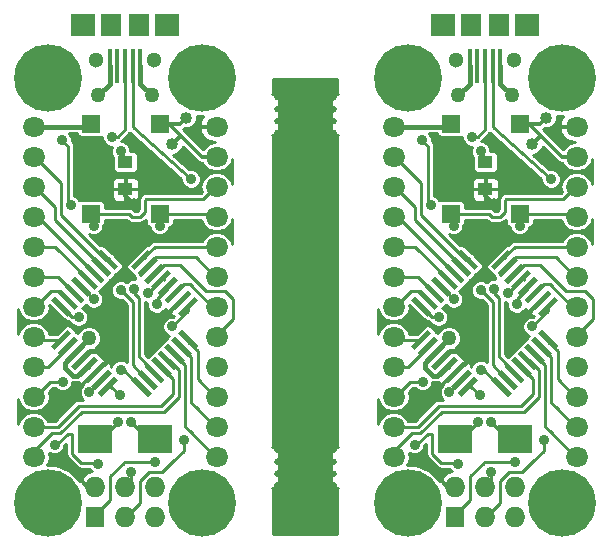
<source format=gtl>
%FSLAX46Y46*%
G04 Gerber Fmt 4.6, Leading zero omitted, Abs format (unit mm)*
G04 Created by KiCad (PCBNEW (2014-08-08 BZR 5060)-product) date tir 19 aug 2014 17:24:29 CEST*
%MOMM*%
G01*
G04 APERTURE LIST*
%ADD10C,0.150000*%
%ADD11O,1.905000X1.651000*%
%ADD12R,1.600000X1.500000*%
%ADD13R,1.300000X1.100000*%
%ADD14R,0.400000X3.000000*%
%ADD15R,1.800000X1.900000*%
%ADD16R,2.100000X1.900000*%
%ADD17C,1.300000*%
%ADD18R,2.900000X2.400000*%
%ADD19C,5.715000*%
%ADD20R,1.650000X1.700000*%
%ADD21O,1.727200X1.727200*%
%ADD22C,1.270000*%
%ADD23C,0.889000*%
%ADD24C,1.016000*%
%ADD25C,0.254000*%
%ADD26C,0.381000*%
%ADD27C,0.304800*%
%ADD28C,0.228600*%
G04 APERTURE END LIST*
D10*
D11*
X73152000Y-40386000D03*
X73152000Y-42926000D03*
X73152000Y-45466000D03*
X73152000Y-48006000D03*
X73152000Y-50546000D03*
X73152000Y-53086000D03*
X73152000Y-55626000D03*
X73152000Y-58166000D03*
X73152000Y-60706000D03*
X73152000Y-63246000D03*
X73152000Y-65786000D03*
X73152000Y-68326000D03*
D12*
X68326000Y-40142000D03*
X68326000Y-47742000D03*
X62484000Y-40142000D03*
X62484000Y-47742000D03*
D10*
G36*
X63414975Y-63257094D02*
X63097074Y-62939193D01*
X64510567Y-61525700D01*
X64828468Y-61843601D01*
X63414975Y-63257094D01*
X63414975Y-63257094D01*
G37*
G36*
X62849219Y-62691338D02*
X62531318Y-62373437D01*
X63944811Y-60959944D01*
X64262712Y-61277845D01*
X62849219Y-62691338D01*
X62849219Y-62691338D01*
G37*
G36*
X62283463Y-62125582D02*
X61965562Y-61807681D01*
X63379055Y-60394188D01*
X63696956Y-60712089D01*
X62283463Y-62125582D01*
X62283463Y-62125582D01*
G37*
G36*
X61717706Y-61559826D02*
X61399805Y-61241925D01*
X62813298Y-59828432D01*
X63131199Y-60146333D01*
X61717706Y-61559826D01*
X61717706Y-61559826D01*
G37*
G36*
X61151950Y-60994070D02*
X60834049Y-60676169D01*
X62247542Y-59262676D01*
X62565443Y-59580577D01*
X61151950Y-60994070D01*
X61151950Y-60994070D01*
G37*
G36*
X60586194Y-60428313D02*
X60268293Y-60110412D01*
X61681786Y-58696919D01*
X61999687Y-59014820D01*
X60586194Y-60428313D01*
X60586194Y-60428313D01*
G37*
G36*
X60020438Y-59862557D02*
X59702537Y-59544656D01*
X61116030Y-58131163D01*
X61433931Y-58449064D01*
X60020438Y-59862557D01*
X60020438Y-59862557D01*
G37*
G36*
X59454682Y-59296801D02*
X59136781Y-58978900D01*
X60550274Y-57565407D01*
X60868175Y-57883308D01*
X59454682Y-59296801D01*
X59454682Y-59296801D01*
G37*
G36*
X66222203Y-52536464D02*
X65904302Y-52218563D01*
X67317795Y-50805070D01*
X67635696Y-51122971D01*
X66222203Y-52536464D01*
X66222203Y-52536464D01*
G37*
G36*
X70191476Y-56505738D02*
X69873575Y-56187837D01*
X71287068Y-54774344D01*
X71604969Y-55092245D01*
X70191476Y-56505738D01*
X70191476Y-56505738D01*
G37*
G36*
X69616740Y-55931001D02*
X69298839Y-55613100D01*
X70712332Y-54199607D01*
X71030233Y-54517508D01*
X69616740Y-55931001D01*
X69616740Y-55931001D01*
G37*
G36*
X69042003Y-55356265D02*
X68724102Y-55038364D01*
X70137595Y-53624871D01*
X70455496Y-53942772D01*
X69042003Y-55356265D01*
X69042003Y-55356265D01*
G37*
G36*
X68485227Y-54799489D02*
X68167326Y-54481588D01*
X69580819Y-53068095D01*
X69898720Y-53385996D01*
X68485227Y-54799489D01*
X68485227Y-54799489D01*
G37*
G36*
X67910491Y-54224753D02*
X67592590Y-53906852D01*
X69006083Y-52493359D01*
X69323984Y-52811260D01*
X67910491Y-54224753D01*
X67910491Y-54224753D01*
G37*
G36*
X67353715Y-53667977D02*
X67035814Y-53350076D01*
X68449307Y-51936583D01*
X68767208Y-52254484D01*
X67353715Y-53667977D01*
X67353715Y-53667977D01*
G37*
G36*
X66778979Y-53093240D02*
X66461078Y-52775339D01*
X67874571Y-51361846D01*
X68192472Y-51679747D01*
X66778979Y-53093240D01*
X66778979Y-53093240D01*
G37*
G36*
X60543090Y-56473409D02*
X59129597Y-55059916D01*
X59447498Y-54742015D01*
X60860991Y-56155508D01*
X60543090Y-56473409D01*
X60543090Y-56473409D01*
G37*
G36*
X61107050Y-55909449D02*
X59693557Y-54495956D01*
X60011458Y-54178055D01*
X61424951Y-55591548D01*
X61107050Y-55909449D01*
X61107050Y-55909449D01*
G37*
G36*
X61674602Y-55341896D02*
X60261109Y-53928403D01*
X60579010Y-53610502D01*
X61992503Y-55023995D01*
X61674602Y-55341896D01*
X61674602Y-55341896D01*
G37*
G36*
X62238562Y-54777936D02*
X60825069Y-53364443D01*
X61142970Y-53046542D01*
X62556463Y-54460035D01*
X62238562Y-54777936D01*
X62238562Y-54777936D01*
G37*
G36*
X62806114Y-54210384D02*
X61392621Y-52796891D01*
X61710522Y-52478990D01*
X63124015Y-53892483D01*
X62806114Y-54210384D01*
X62806114Y-54210384D01*
G37*
G36*
X63370074Y-53646424D02*
X61956581Y-52232931D01*
X62274482Y-51915030D01*
X63687975Y-53328523D01*
X63370074Y-53646424D01*
X63370074Y-53646424D01*
G37*
G36*
X63937627Y-53078872D02*
X62524134Y-51665379D01*
X62842035Y-51347478D01*
X64255528Y-52760971D01*
X63937627Y-53078872D01*
X63937627Y-53078872D01*
G37*
G36*
X64501587Y-52514912D02*
X63088094Y-51101419D01*
X63405995Y-50783518D01*
X64819488Y-52197011D01*
X64501587Y-52514912D01*
X64501587Y-52514912D01*
G37*
G36*
X67335755Y-63258890D02*
X65922262Y-61845397D01*
X66240163Y-61527496D01*
X67653656Y-62940989D01*
X67335755Y-63258890D01*
X67335755Y-63258890D01*
G37*
G36*
X67892531Y-62702114D02*
X66479038Y-61288621D01*
X66796939Y-60970720D01*
X68210432Y-62384213D01*
X67892531Y-62702114D01*
X67892531Y-62702114D01*
G37*
G36*
X68467268Y-62127378D02*
X67053775Y-60713885D01*
X67371676Y-60395984D01*
X68785169Y-61809477D01*
X68467268Y-62127378D01*
X68467268Y-62127378D01*
G37*
G36*
X69024044Y-61570602D02*
X67610551Y-60157109D01*
X67928452Y-59839208D01*
X69341945Y-61252701D01*
X69024044Y-61570602D01*
X69024044Y-61570602D01*
G37*
G36*
X69580819Y-61013826D02*
X68167326Y-59600333D01*
X68485227Y-59282432D01*
X69898720Y-60695925D01*
X69580819Y-61013826D01*
X69580819Y-61013826D01*
G37*
G36*
X70155556Y-60439090D02*
X68742063Y-59025597D01*
X69059964Y-58707696D01*
X70473457Y-60121189D01*
X70155556Y-60439090D01*
X70155556Y-60439090D01*
G37*
G36*
X70730292Y-59864353D02*
X69316799Y-58450860D01*
X69634700Y-58132959D01*
X71048193Y-59546452D01*
X70730292Y-59864353D01*
X70730292Y-59864353D01*
G37*
G36*
X71305029Y-59289617D02*
X69891536Y-57876124D01*
X70209437Y-57558223D01*
X71622930Y-58971716D01*
X71305029Y-59289617D01*
X71305029Y-59289617D01*
G37*
D13*
X65430400Y-45676200D03*
X65430400Y-43376200D03*
D14*
X66705000Y-35242000D03*
X66055000Y-35242000D03*
X65405000Y-35242000D03*
X64755000Y-35242000D03*
X64105000Y-35242000D03*
D15*
X66555000Y-31742000D03*
X64255000Y-31742000D03*
D16*
X68992500Y-31742000D03*
X61817500Y-31742000D03*
D17*
X62980000Y-34742000D03*
X67830000Y-34742000D03*
D18*
X62855000Y-66827400D03*
X67955000Y-66827400D03*
D19*
X58905000Y-72263000D03*
X71905000Y-72263000D03*
X58905000Y-36263000D03*
X71905000Y-36263000D03*
D20*
X62870000Y-73441000D03*
D21*
X62870000Y-70901000D03*
X65410000Y-73441000D03*
X65410000Y-70901000D03*
X67950000Y-73441000D03*
X67950000Y-70901000D03*
D11*
X57658000Y-68326000D03*
X57658000Y-65786000D03*
X57658000Y-63246000D03*
X57658000Y-60706000D03*
X57658000Y-58166000D03*
X57658000Y-55626000D03*
X57658000Y-53086000D03*
X57658000Y-50546000D03*
X57658000Y-48006000D03*
X57658000Y-45466000D03*
X57658000Y-42926000D03*
X57658000Y-40386000D03*
X27178000Y-68326000D03*
X27178000Y-65786000D03*
X27178000Y-63246000D03*
X27178000Y-60706000D03*
X27178000Y-58166000D03*
X27178000Y-55626000D03*
X27178000Y-53086000D03*
X27178000Y-50546000D03*
X27178000Y-48006000D03*
X27178000Y-45466000D03*
X27178000Y-42926000D03*
X27178000Y-40386000D03*
D20*
X32390000Y-73441000D03*
D21*
X32390000Y-70901000D03*
X34930000Y-73441000D03*
X34930000Y-70901000D03*
X37470000Y-73441000D03*
X37470000Y-70901000D03*
D19*
X41425000Y-36263000D03*
X28425000Y-36263000D03*
X41425000Y-72263000D03*
X28425000Y-72263000D03*
D18*
X32375000Y-66827400D03*
X37475000Y-66827400D03*
D14*
X36225000Y-35242000D03*
X35575000Y-35242000D03*
X34925000Y-35242000D03*
X34275000Y-35242000D03*
X33625000Y-35242000D03*
D15*
X36075000Y-31742000D03*
X33775000Y-31742000D03*
D16*
X38512500Y-31742000D03*
X31337500Y-31742000D03*
D17*
X32500000Y-34742000D03*
X37350000Y-34742000D03*
D13*
X34950400Y-45676200D03*
X34950400Y-43376200D03*
D10*
G36*
X32934975Y-63257094D02*
X32617074Y-62939193D01*
X34030567Y-61525700D01*
X34348468Y-61843601D01*
X32934975Y-63257094D01*
X32934975Y-63257094D01*
G37*
G36*
X32369219Y-62691338D02*
X32051318Y-62373437D01*
X33464811Y-60959944D01*
X33782712Y-61277845D01*
X32369219Y-62691338D01*
X32369219Y-62691338D01*
G37*
G36*
X31803463Y-62125582D02*
X31485562Y-61807681D01*
X32899055Y-60394188D01*
X33216956Y-60712089D01*
X31803463Y-62125582D01*
X31803463Y-62125582D01*
G37*
G36*
X31237706Y-61559826D02*
X30919805Y-61241925D01*
X32333298Y-59828432D01*
X32651199Y-60146333D01*
X31237706Y-61559826D01*
X31237706Y-61559826D01*
G37*
G36*
X30671950Y-60994070D02*
X30354049Y-60676169D01*
X31767542Y-59262676D01*
X32085443Y-59580577D01*
X30671950Y-60994070D01*
X30671950Y-60994070D01*
G37*
G36*
X30106194Y-60428313D02*
X29788293Y-60110412D01*
X31201786Y-58696919D01*
X31519687Y-59014820D01*
X30106194Y-60428313D01*
X30106194Y-60428313D01*
G37*
G36*
X29540438Y-59862557D02*
X29222537Y-59544656D01*
X30636030Y-58131163D01*
X30953931Y-58449064D01*
X29540438Y-59862557D01*
X29540438Y-59862557D01*
G37*
G36*
X28974682Y-59296801D02*
X28656781Y-58978900D01*
X30070274Y-57565407D01*
X30388175Y-57883308D01*
X28974682Y-59296801D01*
X28974682Y-59296801D01*
G37*
G36*
X35742203Y-52536464D02*
X35424302Y-52218563D01*
X36837795Y-50805070D01*
X37155696Y-51122971D01*
X35742203Y-52536464D01*
X35742203Y-52536464D01*
G37*
G36*
X39711476Y-56505738D02*
X39393575Y-56187837D01*
X40807068Y-54774344D01*
X41124969Y-55092245D01*
X39711476Y-56505738D01*
X39711476Y-56505738D01*
G37*
G36*
X39136740Y-55931001D02*
X38818839Y-55613100D01*
X40232332Y-54199607D01*
X40550233Y-54517508D01*
X39136740Y-55931001D01*
X39136740Y-55931001D01*
G37*
G36*
X38562003Y-55356265D02*
X38244102Y-55038364D01*
X39657595Y-53624871D01*
X39975496Y-53942772D01*
X38562003Y-55356265D01*
X38562003Y-55356265D01*
G37*
G36*
X38005227Y-54799489D02*
X37687326Y-54481588D01*
X39100819Y-53068095D01*
X39418720Y-53385996D01*
X38005227Y-54799489D01*
X38005227Y-54799489D01*
G37*
G36*
X37430491Y-54224753D02*
X37112590Y-53906852D01*
X38526083Y-52493359D01*
X38843984Y-52811260D01*
X37430491Y-54224753D01*
X37430491Y-54224753D01*
G37*
G36*
X36873715Y-53667977D02*
X36555814Y-53350076D01*
X37969307Y-51936583D01*
X38287208Y-52254484D01*
X36873715Y-53667977D01*
X36873715Y-53667977D01*
G37*
G36*
X36298979Y-53093240D02*
X35981078Y-52775339D01*
X37394571Y-51361846D01*
X37712472Y-51679747D01*
X36298979Y-53093240D01*
X36298979Y-53093240D01*
G37*
G36*
X30063090Y-56473409D02*
X28649597Y-55059916D01*
X28967498Y-54742015D01*
X30380991Y-56155508D01*
X30063090Y-56473409D01*
X30063090Y-56473409D01*
G37*
G36*
X30627050Y-55909449D02*
X29213557Y-54495956D01*
X29531458Y-54178055D01*
X30944951Y-55591548D01*
X30627050Y-55909449D01*
X30627050Y-55909449D01*
G37*
G36*
X31194602Y-55341896D02*
X29781109Y-53928403D01*
X30099010Y-53610502D01*
X31512503Y-55023995D01*
X31194602Y-55341896D01*
X31194602Y-55341896D01*
G37*
G36*
X31758562Y-54777936D02*
X30345069Y-53364443D01*
X30662970Y-53046542D01*
X32076463Y-54460035D01*
X31758562Y-54777936D01*
X31758562Y-54777936D01*
G37*
G36*
X32326114Y-54210384D02*
X30912621Y-52796891D01*
X31230522Y-52478990D01*
X32644015Y-53892483D01*
X32326114Y-54210384D01*
X32326114Y-54210384D01*
G37*
G36*
X32890074Y-53646424D02*
X31476581Y-52232931D01*
X31794482Y-51915030D01*
X33207975Y-53328523D01*
X32890074Y-53646424D01*
X32890074Y-53646424D01*
G37*
G36*
X33457627Y-53078872D02*
X32044134Y-51665379D01*
X32362035Y-51347478D01*
X33775528Y-52760971D01*
X33457627Y-53078872D01*
X33457627Y-53078872D01*
G37*
G36*
X34021587Y-52514912D02*
X32608094Y-51101419D01*
X32925995Y-50783518D01*
X34339488Y-52197011D01*
X34021587Y-52514912D01*
X34021587Y-52514912D01*
G37*
G36*
X36855755Y-63258890D02*
X35442262Y-61845397D01*
X35760163Y-61527496D01*
X37173656Y-62940989D01*
X36855755Y-63258890D01*
X36855755Y-63258890D01*
G37*
G36*
X37412531Y-62702114D02*
X35999038Y-61288621D01*
X36316939Y-60970720D01*
X37730432Y-62384213D01*
X37412531Y-62702114D01*
X37412531Y-62702114D01*
G37*
G36*
X37987268Y-62127378D02*
X36573775Y-60713885D01*
X36891676Y-60395984D01*
X38305169Y-61809477D01*
X37987268Y-62127378D01*
X37987268Y-62127378D01*
G37*
G36*
X38544044Y-61570602D02*
X37130551Y-60157109D01*
X37448452Y-59839208D01*
X38861945Y-61252701D01*
X38544044Y-61570602D01*
X38544044Y-61570602D01*
G37*
G36*
X39100819Y-61013826D02*
X37687326Y-59600333D01*
X38005227Y-59282432D01*
X39418720Y-60695925D01*
X39100819Y-61013826D01*
X39100819Y-61013826D01*
G37*
G36*
X39675556Y-60439090D02*
X38262063Y-59025597D01*
X38579964Y-58707696D01*
X39993457Y-60121189D01*
X39675556Y-60439090D01*
X39675556Y-60439090D01*
G37*
G36*
X40250292Y-59864353D02*
X38836799Y-58450860D01*
X39154700Y-58132959D01*
X40568193Y-59546452D01*
X40250292Y-59864353D01*
X40250292Y-59864353D01*
G37*
G36*
X40825029Y-59289617D02*
X39411536Y-57876124D01*
X39729437Y-57558223D01*
X41142930Y-58971716D01*
X40825029Y-59289617D01*
X40825029Y-59289617D01*
G37*
D12*
X32004000Y-40142000D03*
X32004000Y-47742000D03*
X37846000Y-40142000D03*
X37846000Y-47742000D03*
D11*
X42672000Y-40386000D03*
X42672000Y-42926000D03*
X42672000Y-45466000D03*
X42672000Y-48006000D03*
X42672000Y-50546000D03*
X42672000Y-53086000D03*
X42672000Y-55626000D03*
X42672000Y-58166000D03*
X42672000Y-60706000D03*
X42672000Y-63246000D03*
X42672000Y-65786000D03*
X42672000Y-68326000D03*
D22*
X32639000Y-37719000D03*
D23*
X36830000Y-54483000D03*
D22*
X31877000Y-58293000D03*
D24*
X40120000Y-39641000D03*
X38930000Y-41881000D03*
X69410000Y-41881000D03*
X70600000Y-39641000D03*
D22*
X62357000Y-58293000D03*
D23*
X67310000Y-54483000D03*
D22*
X63119000Y-37719000D03*
D23*
X36068000Y-48895000D03*
D24*
X35661600Y-46964600D03*
D23*
X33782000Y-48641000D03*
D22*
X37211000Y-37719000D03*
D23*
X38370000Y-56281000D03*
D22*
X30099000Y-63246000D03*
D23*
X30353000Y-69215000D03*
D22*
X41050000Y-49291000D03*
X71530000Y-49291000D03*
D23*
X60833000Y-69215000D03*
D22*
X60579000Y-63246000D03*
D23*
X68850000Y-56281000D03*
D22*
X67691000Y-37719000D03*
D23*
X64262000Y-48641000D03*
D24*
X66141600Y-46964600D03*
D23*
X66548000Y-48895000D03*
X31902400Y-62865000D03*
X34290000Y-65405000D03*
X64770000Y-65405000D03*
X62382400Y-62865000D03*
X34467800Y-63119000D03*
X35433000Y-65405000D03*
X65913000Y-65405000D03*
X64947800Y-63119000D03*
X37460000Y-68781000D03*
X67940000Y-68781000D03*
X39878000Y-66929000D03*
X38912800Y-57302400D03*
X69392800Y-57302400D03*
X70358000Y-66929000D03*
X35440000Y-69651000D03*
X65920000Y-69651000D03*
X32639000Y-68961000D03*
X28956000Y-67310000D03*
X32258000Y-48768000D03*
X32258000Y-54991000D03*
X62738000Y-54991000D03*
X62738000Y-48768000D03*
X59436000Y-67310000D03*
X63119000Y-68961000D03*
X40513000Y-44831000D03*
X70993000Y-44831000D03*
X33820000Y-41241000D03*
X29591000Y-41529000D03*
X30360000Y-47031000D03*
X60840000Y-47031000D03*
X60071000Y-41529000D03*
X64300000Y-41241000D03*
X34544000Y-42443400D03*
X65024000Y-42443400D03*
X30988000Y-56515000D03*
X61468000Y-56515000D03*
X29630000Y-61971000D03*
X34544000Y-60960000D03*
X65024000Y-60960000D03*
X60110000Y-61971000D03*
X37846000Y-48768000D03*
X34544000Y-54229000D03*
X65024000Y-54229000D03*
X68326000Y-48768000D03*
X35687000Y-54102000D03*
X66167000Y-54102000D03*
X37610000Y-55401000D03*
X68090000Y-55401000D03*
D25*
X39878000Y-35661600D02*
X42545000Y-38328600D01*
D26*
X42545000Y-42926000D02*
X42545000Y-42466000D01*
X27305000Y-40386000D02*
X31760000Y-40386000D01*
X31760000Y-40386000D02*
X32004000Y-40142000D01*
D25*
X39522400Y-36499800D02*
X39395400Y-36626800D01*
D26*
X33625000Y-35242000D02*
X33625000Y-36733000D01*
X33625000Y-36733000D02*
X32639000Y-37719000D01*
D25*
X37978287Y-53359056D02*
X37953944Y-53359056D01*
X37953944Y-53359056D02*
X36830000Y-54483000D01*
X38232287Y-53232056D02*
X38232287Y-53334713D01*
D26*
X29845000Y-60371606D02*
X30653990Y-59562616D01*
X29845000Y-60833000D02*
X29845000Y-60371606D01*
X30480000Y-61468000D02*
X29845000Y-60833000D01*
X30861000Y-61468000D02*
X30480000Y-61468000D01*
X31634871Y-60694129D02*
X30861000Y-61468000D01*
X31785502Y-60694129D02*
X31634871Y-60694129D01*
X30653990Y-59516010D02*
X31877000Y-58293000D01*
X30653990Y-59562616D02*
X30653990Y-59516010D01*
D27*
X41425000Y-42926000D02*
X42545000Y-42926000D01*
X39655000Y-41156000D02*
X41425000Y-42926000D01*
X38641000Y-40142000D02*
X39655000Y-41156000D01*
X37846000Y-40142000D02*
X38641000Y-40142000D01*
X39619000Y-40142000D02*
X40120000Y-39641000D01*
X37846000Y-40142000D02*
X39619000Y-40142000D01*
X39655000Y-41156000D02*
X38930000Y-41881000D01*
X70135000Y-41156000D02*
X69410000Y-41881000D01*
X68326000Y-40142000D02*
X70099000Y-40142000D01*
X70099000Y-40142000D02*
X70600000Y-39641000D01*
X68326000Y-40142000D02*
X69121000Y-40142000D01*
X69121000Y-40142000D02*
X70135000Y-41156000D01*
X70135000Y-41156000D02*
X71905000Y-42926000D01*
X71905000Y-42926000D02*
X73025000Y-42926000D01*
D26*
X61133990Y-59562616D02*
X61133990Y-59516010D01*
X61133990Y-59516010D02*
X62357000Y-58293000D01*
X62265502Y-60694129D02*
X62114871Y-60694129D01*
X62114871Y-60694129D02*
X61341000Y-61468000D01*
X61341000Y-61468000D02*
X60960000Y-61468000D01*
X60960000Y-61468000D02*
X60325000Y-60833000D01*
X60325000Y-60833000D02*
X60325000Y-60371606D01*
X60325000Y-60371606D02*
X61133990Y-59562616D01*
D25*
X68712287Y-53232056D02*
X68712287Y-53334713D01*
X68433944Y-53359056D02*
X67310000Y-54483000D01*
X68458287Y-53359056D02*
X68433944Y-53359056D01*
D26*
X64105000Y-36733000D02*
X63119000Y-37719000D01*
X64105000Y-35242000D02*
X64105000Y-36733000D01*
D25*
X70002400Y-36499800D02*
X69875400Y-36626800D01*
D26*
X62240000Y-40386000D02*
X62484000Y-40142000D01*
X57785000Y-40386000D02*
X62240000Y-40386000D01*
X73025000Y-42926000D02*
X73025000Y-42466000D01*
D25*
X70358000Y-35661600D02*
X73025000Y-38328600D01*
D27*
X35661600Y-46964600D02*
X34930000Y-46233000D01*
D26*
X36225000Y-35242000D02*
X36225000Y-36733000D01*
X36225000Y-36733000D02*
X37211000Y-37719000D01*
D25*
X32351259Y-61259885D02*
X32351259Y-61196941D01*
X39862336Y-55014504D02*
X39854496Y-55014504D01*
X39854496Y-55014504D02*
X38370000Y-56154000D01*
X38370000Y-56154000D02*
X38370000Y-56281000D01*
D26*
X33121600Y-60477400D02*
X33274000Y-60325000D01*
X33274000Y-60325000D02*
X33274000Y-60121800D01*
X33274000Y-60121800D02*
X33070800Y-59918600D01*
X33070800Y-60477400D02*
X32351259Y-61196941D01*
X33070800Y-59918600D02*
X32537400Y-59385200D01*
X32537400Y-59385200D02*
X31962919Y-59385200D01*
X31219746Y-60128373D02*
X31962919Y-59385200D01*
X33070800Y-60477400D02*
X33121600Y-60477400D01*
D27*
X30269000Y-63246000D02*
X30099000Y-63246000D01*
X32261115Y-61259885D02*
X30269000Y-63246000D01*
X32351259Y-61259885D02*
X32261115Y-61259885D01*
X31740000Y-70901000D02*
X32390000Y-70901000D01*
X30353000Y-69215000D02*
X31740000Y-70901000D01*
X60833000Y-69215000D02*
X62220000Y-70901000D01*
X62220000Y-70901000D02*
X62870000Y-70901000D01*
X62831259Y-61259885D02*
X62741115Y-61259885D01*
X62741115Y-61259885D02*
X60749000Y-63246000D01*
X60749000Y-63246000D02*
X60579000Y-63246000D01*
D26*
X63550800Y-60477400D02*
X63601600Y-60477400D01*
X61699746Y-60128373D02*
X62442919Y-59385200D01*
X63017400Y-59385200D02*
X62442919Y-59385200D01*
X63550800Y-59918600D02*
X63017400Y-59385200D01*
X63550800Y-60477400D02*
X62831259Y-61196941D01*
X63754000Y-60121800D02*
X63550800Y-59918600D01*
X63754000Y-60325000D02*
X63754000Y-60121800D01*
X63601600Y-60477400D02*
X63754000Y-60325000D01*
D25*
X68850000Y-56154000D02*
X68850000Y-56281000D01*
X70334496Y-55014504D02*
X68850000Y-56154000D01*
X70342336Y-55014504D02*
X70334496Y-55014504D01*
X62831259Y-61259885D02*
X62831259Y-61196941D01*
D26*
X66705000Y-36733000D02*
X67691000Y-37719000D01*
X66705000Y-35242000D02*
X66705000Y-36733000D01*
D27*
X66141600Y-46964600D02*
X65410000Y-46233000D01*
D25*
X32867600Y-66827400D02*
X32375000Y-66827400D01*
X34290000Y-65405000D02*
X32867600Y-66827400D01*
X32917015Y-61825641D02*
X32916359Y-61825641D01*
X32917015Y-61850385D02*
X31902400Y-62865000D01*
X32917015Y-61825641D02*
X32917015Y-61850385D01*
X63397015Y-61825641D02*
X63397015Y-61850385D01*
X63397015Y-61850385D02*
X62382400Y-62865000D01*
X63397015Y-61825641D02*
X63396359Y-61825641D01*
X64770000Y-65405000D02*
X63347600Y-66827400D01*
X63347600Y-66827400D02*
X62855000Y-66827400D01*
X36855400Y-66827400D02*
X37475000Y-66827400D01*
X35433000Y-65405000D02*
X36855400Y-66827400D01*
X33740197Y-62391397D02*
X34467800Y-63119000D01*
X33482771Y-62391397D02*
X33740197Y-62391397D01*
X63962771Y-62391397D02*
X64220197Y-62391397D01*
X64220197Y-62391397D02*
X64947800Y-63119000D01*
X65913000Y-65405000D02*
X67335400Y-66827400D01*
X67335400Y-66827400D02*
X67955000Y-66827400D01*
X32385000Y-73660000D02*
X32385000Y-73279000D01*
X41071800Y-61772800D02*
X42545000Y-63246000D01*
X41071800Y-59385200D02*
X41071800Y-61772800D01*
X40277233Y-58590633D02*
X41071800Y-59385200D01*
X40277233Y-58423920D02*
X40277233Y-58590633D01*
X37460000Y-68781000D02*
X34851000Y-68781000D01*
X34851000Y-68781000D02*
X34798000Y-68834000D01*
X33655000Y-69977000D02*
X34798000Y-68834000D01*
X33655000Y-72009000D02*
X33655000Y-69977000D01*
X32385000Y-73279000D02*
X33655000Y-72009000D01*
X62865000Y-73279000D02*
X64135000Y-72009000D01*
X64135000Y-72009000D02*
X64135000Y-69977000D01*
X64135000Y-69977000D02*
X65278000Y-68834000D01*
X65331000Y-68781000D02*
X65278000Y-68834000D01*
X67940000Y-68781000D02*
X65331000Y-68781000D01*
X70757233Y-58423920D02*
X70757233Y-58590633D01*
X70757233Y-58590633D02*
X71551800Y-59385200D01*
X71551800Y-59385200D02*
X71551800Y-61772800D01*
X71551800Y-61772800D02*
X73025000Y-63246000D01*
X62865000Y-73660000D02*
X62865000Y-73279000D01*
X38989000Y-68707000D02*
X38037500Y-69658500D01*
X39878000Y-67818000D02*
X39878000Y-66929000D01*
X38989000Y-68707000D02*
X39878000Y-67818000D01*
X34925000Y-73660000D02*
X34925000Y-73533000D01*
X40259272Y-55955928D02*
X38912800Y-57302400D01*
X40259272Y-55640041D02*
X40259272Y-55955928D01*
X36922500Y-69658500D02*
X36195000Y-70386000D01*
X36195000Y-70386000D02*
X36195000Y-70612000D01*
X36195000Y-72263000D02*
X36195000Y-70612000D01*
X36195000Y-72263000D02*
X34925000Y-73533000D01*
X38037500Y-69658500D02*
X36922500Y-69658500D01*
X68517500Y-69658500D02*
X67402500Y-69658500D01*
X66675000Y-72263000D02*
X65405000Y-73533000D01*
X66675000Y-72263000D02*
X66675000Y-70612000D01*
X66675000Y-70386000D02*
X66675000Y-70612000D01*
X67402500Y-69658500D02*
X66675000Y-70386000D01*
X70739272Y-55640041D02*
X70739272Y-55955928D01*
X70739272Y-55955928D02*
X69392800Y-57302400D01*
X65405000Y-73660000D02*
X65405000Y-73533000D01*
X69469000Y-68707000D02*
X70358000Y-67818000D01*
X70358000Y-67818000D02*
X70358000Y-66929000D01*
X69469000Y-68707000D02*
X68517500Y-69658500D01*
X39702496Y-58998656D02*
X39702496Y-59006496D01*
X40513000Y-59867800D02*
X40513000Y-63754000D01*
X40513000Y-63754000D02*
X40894000Y-64135000D01*
X40894000Y-64135000D02*
X42545000Y-65786000D01*
X39702496Y-59057296D02*
X40513000Y-59867800D01*
X39702496Y-58998656D02*
X39702496Y-59057296D01*
X35186000Y-69905000D02*
X35440000Y-69651000D01*
X35440000Y-70391000D02*
X34930000Y-70901000D01*
X35440000Y-69651000D02*
X35440000Y-70391000D01*
X65920000Y-69651000D02*
X65920000Y-70391000D01*
X65920000Y-70391000D02*
X65410000Y-70901000D01*
X65666000Y-69905000D02*
X65920000Y-69651000D01*
X70182496Y-58998656D02*
X70182496Y-59057296D01*
X70182496Y-59057296D02*
X70993000Y-59867800D01*
X71374000Y-64135000D02*
X73025000Y-65786000D01*
X70993000Y-63754000D02*
X71374000Y-64135000D01*
X70993000Y-59867800D02*
X70993000Y-63754000D01*
X70182496Y-58998656D02*
X70182496Y-59006496D01*
X35204400Y-47742000D02*
X35219800Y-47742000D01*
X32004000Y-47742000D02*
X35204400Y-47742000D01*
X35219800Y-47742000D02*
X35509200Y-48031400D01*
X36626800Y-47574200D02*
X36626800Y-46558200D01*
X41529000Y-46482000D02*
X42545000Y-45466000D01*
X36703000Y-46482000D02*
X41529000Y-46482000D01*
X36626800Y-46558200D02*
X36703000Y-46482000D01*
X35509200Y-48031400D02*
X36169600Y-48031400D01*
X36169600Y-48031400D02*
X36626800Y-47574200D01*
X32639000Y-68961000D02*
X32512000Y-68834000D01*
X32512000Y-68834000D02*
X31193000Y-68834000D01*
X32004000Y-48514000D02*
X32004000Y-47742000D01*
X32258000Y-48768000D02*
X32004000Y-48514000D01*
X31210766Y-53943766D02*
X32258000Y-54991000D01*
X31210766Y-53912239D02*
X31210766Y-53943766D01*
X29096000Y-67310000D02*
X30080000Y-66421000D01*
X30080000Y-66421000D02*
X30430000Y-66421000D01*
X30430000Y-66421000D02*
X30450000Y-66441000D01*
X30450000Y-66441000D02*
X30450000Y-68091000D01*
X30450000Y-68091000D02*
X31193000Y-68834000D01*
X28956000Y-67310000D02*
X29096000Y-67310000D01*
X31877000Y-47869000D02*
X31877000Y-48260000D01*
X62357000Y-47869000D02*
X62357000Y-48260000D01*
X59436000Y-67310000D02*
X59576000Y-67310000D01*
X60930000Y-68091000D02*
X61673000Y-68834000D01*
X60930000Y-66441000D02*
X60930000Y-68091000D01*
X60910000Y-66421000D02*
X60930000Y-66441000D01*
X60560000Y-66421000D02*
X60910000Y-66421000D01*
X59576000Y-67310000D02*
X60560000Y-66421000D01*
X61690766Y-53912239D02*
X61690766Y-53943766D01*
X61690766Y-53943766D02*
X62738000Y-54991000D01*
X62738000Y-48768000D02*
X62484000Y-48514000D01*
X62484000Y-48514000D02*
X62484000Y-47742000D01*
X62992000Y-68834000D02*
X61673000Y-68834000D01*
X63119000Y-68961000D02*
X62992000Y-68834000D01*
X66649600Y-48031400D02*
X67106800Y-47574200D01*
X65989200Y-48031400D02*
X66649600Y-48031400D01*
X67106800Y-46558200D02*
X67183000Y-46482000D01*
X67183000Y-46482000D02*
X72009000Y-46482000D01*
X72009000Y-46482000D02*
X73025000Y-45466000D01*
X67106800Y-47574200D02*
X67106800Y-46558200D01*
X65699800Y-47742000D02*
X65989200Y-48031400D01*
X62484000Y-47742000D02*
X65684400Y-47742000D01*
X65684400Y-47742000D02*
X65699800Y-47742000D01*
X35575000Y-35242000D02*
X35575000Y-40456000D01*
X35575000Y-40456000D02*
X40513000Y-44831000D01*
X66055000Y-40456000D02*
X70993000Y-44831000D01*
X66055000Y-35242000D02*
X66055000Y-40456000D01*
X34925000Y-40606000D02*
X34290000Y-41241000D01*
X34290000Y-41241000D02*
X33820000Y-41241000D01*
X34925000Y-35242000D02*
X34925000Y-40606000D01*
X30130000Y-42068000D02*
X29591000Y-41529000D01*
X30130000Y-46801000D02*
X30130000Y-43131000D01*
X30360000Y-47031000D02*
X30130000Y-46801000D01*
X30130000Y-43131000D02*
X30130000Y-42068000D01*
X60610000Y-43131000D02*
X60610000Y-42068000D01*
X60840000Y-47031000D02*
X60610000Y-46801000D01*
X60610000Y-46801000D02*
X60610000Y-43131000D01*
X60610000Y-42068000D02*
X60071000Y-41529000D01*
X65405000Y-35242000D02*
X65405000Y-40606000D01*
X64770000Y-41241000D02*
X64300000Y-41241000D01*
X65405000Y-40606000D02*
X64770000Y-41241000D01*
X34544000Y-42443400D02*
X34726800Y-42511000D01*
X34726800Y-42511000D02*
X34726800Y-42791000D01*
X34721800Y-42799000D02*
X34594800Y-42672000D01*
X34544000Y-42969800D02*
X34950400Y-43376200D01*
X34544000Y-42443400D02*
X34544000Y-42969800D01*
X65024000Y-42443400D02*
X65024000Y-42969800D01*
X65024000Y-42969800D02*
X65430400Y-43376200D01*
X65201800Y-42799000D02*
X65074800Y-42672000D01*
X65206800Y-42511000D02*
X65206800Y-42791000D01*
X65024000Y-42443400D02*
X65206800Y-42511000D01*
X28397200Y-60706000D02*
X27305000Y-60706000D01*
X30088234Y-59014966D02*
X28397200Y-60706000D01*
X30088234Y-58996860D02*
X30088234Y-59014966D01*
X60568234Y-58996860D02*
X60568234Y-59014966D01*
X60568234Y-59014966D02*
X58877200Y-60706000D01*
X58877200Y-60706000D02*
X57785000Y-60706000D01*
X27570104Y-58431104D02*
X27305000Y-58166000D01*
X29522478Y-58431104D02*
X27570104Y-58431104D01*
X60002478Y-58431104D02*
X58050104Y-58431104D01*
X58050104Y-58431104D02*
X57785000Y-58166000D01*
X42545000Y-55372000D02*
X42545000Y-55626000D01*
X39109799Y-54490568D02*
X39109799Y-54463801D01*
X42325000Y-55626000D02*
X42545000Y-55626000D01*
X39880000Y-53701000D02*
X40400000Y-53701000D01*
X40400000Y-53701000D02*
X42325000Y-55626000D01*
X39109799Y-54471201D02*
X39880000Y-53701000D01*
X39109799Y-54490568D02*
X39109799Y-54471201D01*
X69589799Y-54490568D02*
X69589799Y-54471201D01*
X69589799Y-54471201D02*
X70360000Y-53701000D01*
X70880000Y-53701000D02*
X72805000Y-55626000D01*
X70360000Y-53701000D02*
X70880000Y-53701000D01*
X72805000Y-55626000D02*
X73025000Y-55626000D01*
X69589799Y-54490568D02*
X69589799Y-54463801D01*
X73025000Y-55372000D02*
X73025000Y-55626000D01*
X37421511Y-52802280D02*
X37443920Y-52802280D01*
X38190000Y-52091000D02*
X39540000Y-52091000D01*
X39540000Y-52091000D02*
X41790000Y-54341000D01*
X41790000Y-54341000D02*
X43420000Y-54341000D01*
X43420000Y-54341000D02*
X44030000Y-54951000D01*
X44030000Y-54951000D02*
X44030000Y-56681000D01*
X44030000Y-56681000D02*
X42545000Y-58166000D01*
X37478720Y-52802280D02*
X38190000Y-52091000D01*
X37421511Y-52802280D02*
X37478720Y-52802280D01*
X67901511Y-52802280D02*
X67958720Y-52802280D01*
X67958720Y-52802280D02*
X68670000Y-52091000D01*
X74510000Y-56681000D02*
X73025000Y-58166000D01*
X74510000Y-54951000D02*
X74510000Y-56681000D01*
X73900000Y-54341000D02*
X74510000Y-54951000D01*
X72270000Y-54341000D02*
X73900000Y-54341000D01*
X70020000Y-52091000D02*
X72270000Y-54341000D01*
X68670000Y-52091000D02*
X70020000Y-52091000D01*
X67901511Y-52802280D02*
X67923920Y-52802280D01*
X29515294Y-55607712D02*
X29521912Y-55607712D01*
X29521912Y-55607712D02*
X30429200Y-56515000D01*
X30429200Y-56515000D02*
X30988000Y-56515000D01*
X60909200Y-56515000D02*
X61468000Y-56515000D01*
X60001912Y-55607712D02*
X60909200Y-56515000D01*
X59995294Y-55607712D02*
X60001912Y-55607712D01*
X28625800Y-54305200D02*
X27305000Y-55626000D01*
X29311600Y-54305200D02*
X28625800Y-54305200D01*
X30050152Y-55043752D02*
X29311600Y-54305200D01*
X30079254Y-55043752D02*
X30050152Y-55043752D01*
X60559254Y-55043752D02*
X60530152Y-55043752D01*
X60530152Y-55043752D02*
X59791600Y-54305200D01*
X59791600Y-54305200D02*
X59105800Y-54305200D01*
X59105800Y-54305200D02*
X57785000Y-55626000D01*
X29210000Y-53086000D02*
X27305000Y-53086000D01*
X30600199Y-54476199D02*
X29210000Y-53086000D01*
X30646806Y-54476199D02*
X30600199Y-54476199D01*
X61126806Y-54476199D02*
X61080199Y-54476199D01*
X61080199Y-54476199D02*
X59690000Y-53086000D01*
X59690000Y-53086000D02*
X57785000Y-53086000D01*
X29630000Y-61971000D02*
X29470400Y-62156000D01*
X36231193Y-62393193D02*
X36307959Y-62393193D01*
X36307959Y-62393193D02*
X36307959Y-62368359D01*
X34544000Y-60960000D02*
X34798000Y-60960000D01*
X36231193Y-62393193D02*
X34798000Y-60960000D01*
X29630000Y-61971000D02*
X28600000Y-61971000D01*
X28580000Y-61971000D02*
X27305000Y-63246000D01*
X28600000Y-61971000D02*
X28580000Y-61971000D01*
X59080000Y-61971000D02*
X59060000Y-61971000D01*
X59060000Y-61971000D02*
X57785000Y-63246000D01*
X60110000Y-61971000D02*
X59080000Y-61971000D01*
X66711193Y-62393193D02*
X65278000Y-60960000D01*
X65024000Y-60960000D02*
X65278000Y-60960000D01*
X66787959Y-62393193D02*
X66787959Y-62368359D01*
X66711193Y-62393193D02*
X66787959Y-62393193D01*
X60110000Y-61971000D02*
X59950400Y-62156000D01*
X37846000Y-48768000D02*
X37846000Y-47742000D01*
X36864735Y-61836417D02*
X36817417Y-61836417D01*
X36817417Y-61836417D02*
X35560000Y-60579000D01*
X35560000Y-60579000D02*
X35560000Y-55245000D01*
X35560000Y-55245000D02*
X34544000Y-54229000D01*
X42281000Y-47742000D02*
X42545000Y-48006000D01*
X37846000Y-47742000D02*
X42281000Y-47742000D01*
X37973000Y-48260000D02*
X37973000Y-47869000D01*
X68453000Y-48260000D02*
X68453000Y-47869000D01*
X68326000Y-47742000D02*
X72761000Y-47742000D01*
X72761000Y-47742000D02*
X73025000Y-48006000D01*
X66040000Y-55245000D02*
X65024000Y-54229000D01*
X66040000Y-60579000D02*
X66040000Y-55245000D01*
X67297417Y-61836417D02*
X66040000Y-60579000D01*
X67344735Y-61836417D02*
X67297417Y-61836417D01*
X68326000Y-48768000D02*
X68326000Y-47742000D01*
X37439472Y-61261681D02*
X37439472Y-61188472D01*
X37439472Y-61188472D02*
X36703000Y-60452000D01*
X36703000Y-60452000D02*
X36068000Y-59817000D01*
X36068000Y-59817000D02*
X36068000Y-54864000D01*
X36068000Y-54864000D02*
X35687000Y-54483000D01*
X35687000Y-54483000D02*
X35687000Y-54102000D01*
X66167000Y-54483000D02*
X66167000Y-54102000D01*
X66548000Y-54864000D02*
X66167000Y-54483000D01*
X66548000Y-59817000D02*
X66548000Y-54864000D01*
X67183000Y-60452000D02*
X66548000Y-59817000D01*
X67919472Y-61188472D02*
X67183000Y-60452000D01*
X67919472Y-61261681D02*
X67919472Y-61188472D01*
X29210000Y-65786000D02*
X27305000Y-65786000D01*
X30988000Y-64008000D02*
X29210000Y-65786000D01*
X36830000Y-64008000D02*
X30988000Y-64008000D01*
X36830000Y-64008000D02*
X36830000Y-64008000D01*
X37996248Y-60704905D02*
X37996248Y-60856248D01*
X38989000Y-61722000D02*
X38989000Y-61849000D01*
X38989000Y-61849000D02*
X38989000Y-63004698D01*
X38989000Y-63004698D02*
X37973000Y-64020698D01*
X36830000Y-64020698D02*
X36830000Y-64008000D01*
X37973000Y-64020698D02*
X36830000Y-64020698D01*
X37996248Y-60729248D02*
X38989000Y-61722000D01*
X37996248Y-60704905D02*
X37996248Y-60729248D01*
X68476248Y-60704905D02*
X68476248Y-60729248D01*
X68476248Y-60729248D02*
X69469000Y-61722000D01*
X68453000Y-64020698D02*
X67310000Y-64020698D01*
X67310000Y-64020698D02*
X67310000Y-64008000D01*
X69469000Y-63004698D02*
X68453000Y-64020698D01*
X69469000Y-61849000D02*
X69469000Y-63004698D01*
X69469000Y-61722000D02*
X69469000Y-61849000D01*
X68476248Y-60704905D02*
X68476248Y-60856248D01*
X67310000Y-64008000D02*
X67310000Y-64008000D01*
X67310000Y-64008000D02*
X61468000Y-64008000D01*
X61468000Y-64008000D02*
X59690000Y-65786000D01*
X59690000Y-65786000D02*
X57785000Y-65786000D01*
X27432000Y-68326000D02*
X27305000Y-68326000D01*
X39497000Y-62103000D02*
X39497000Y-63246000D01*
X29443500Y-66314500D02*
X31242000Y-64516000D01*
X37084000Y-64516000D02*
X31242000Y-64516000D01*
X39497000Y-62103000D02*
X39497000Y-60960000D01*
X38227000Y-64516000D02*
X37084000Y-64516000D01*
X39497000Y-63246000D02*
X38227000Y-64516000D01*
X38685129Y-60148129D02*
X39497000Y-60960000D01*
X38553023Y-60148129D02*
X38685129Y-60148129D01*
X27305000Y-67726000D02*
X27305000Y-68326000D01*
X28716500Y-66314500D02*
X27305000Y-67726000D01*
X29443500Y-66314500D02*
X28716500Y-66314500D01*
X59923500Y-66314500D02*
X59196500Y-66314500D01*
X59196500Y-66314500D02*
X57785000Y-67726000D01*
X57785000Y-67726000D02*
X57785000Y-68326000D01*
X69033023Y-60148129D02*
X69165129Y-60148129D01*
X69165129Y-60148129D02*
X69977000Y-60960000D01*
X69977000Y-63246000D02*
X68707000Y-64516000D01*
X68707000Y-64516000D02*
X67564000Y-64516000D01*
X69977000Y-62103000D02*
X69977000Y-60960000D01*
X67564000Y-64516000D02*
X61722000Y-64516000D01*
X59923500Y-66314500D02*
X61722000Y-64516000D01*
X69977000Y-62103000D02*
X69977000Y-63246000D01*
X57912000Y-68326000D02*
X57785000Y-68326000D01*
X39127760Y-59573393D02*
X39127760Y-59701760D01*
X40386000Y-66167000D02*
X42545000Y-68326000D01*
X40005000Y-65786000D02*
X40386000Y-66167000D01*
X40005000Y-60579000D02*
X40005000Y-65786000D01*
X39127760Y-59701760D02*
X40005000Y-60579000D01*
X39127760Y-59573393D02*
X39127760Y-59701760D01*
X69607760Y-59573393D02*
X69607760Y-59701760D01*
X69607760Y-59701760D02*
X70485000Y-60579000D01*
X70485000Y-60579000D02*
X70485000Y-65786000D01*
X70485000Y-65786000D02*
X70866000Y-66167000D01*
X70866000Y-66167000D02*
X73025000Y-68326000D01*
X69607760Y-59573393D02*
X69607760Y-59701760D01*
X36543999Y-51543767D02*
X36594233Y-51543767D01*
X37439600Y-50546000D02*
X42545000Y-50546000D01*
X36314833Y-51670767D02*
X37439600Y-50546000D01*
X36289999Y-51670767D02*
X36314833Y-51670767D01*
X66769999Y-51670767D02*
X66794833Y-51670767D01*
X66794833Y-51670767D02*
X67919600Y-50546000D01*
X67919600Y-50546000D02*
X73025000Y-50546000D01*
X67023999Y-51543767D02*
X67074233Y-51543767D01*
X36195000Y-52959000D02*
X36846775Y-52227543D01*
X37100775Y-52100543D02*
X37053457Y-52100543D01*
X37053457Y-52100543D02*
X36195000Y-52959000D01*
X37541200Y-51460400D02*
X40919400Y-51460400D01*
X40919400Y-51460400D02*
X42545000Y-53086000D01*
X36846775Y-52154825D02*
X37541200Y-51460400D01*
X36846775Y-52227543D02*
X36846775Y-52154825D01*
X67326775Y-52227543D02*
X67326775Y-52154825D01*
X67326775Y-52154825D02*
X68021200Y-51460400D01*
X71399400Y-51460400D02*
X73025000Y-53086000D01*
X68021200Y-51460400D02*
X71399400Y-51460400D01*
X67533457Y-52100543D02*
X66675000Y-52959000D01*
X67580775Y-52100543D02*
X67533457Y-52100543D01*
X66675000Y-52959000D02*
X67326775Y-52227543D01*
X29006800Y-50546000D02*
X27305000Y-50546000D01*
X31778318Y-53317518D02*
X29006800Y-50546000D01*
X31778318Y-53344687D02*
X31778318Y-53317518D01*
X62258318Y-53344687D02*
X62258318Y-53317518D01*
X62258318Y-53317518D02*
X59486800Y-50546000D01*
X59486800Y-50546000D02*
X57785000Y-50546000D01*
X27559000Y-48006000D02*
X27305000Y-48006000D01*
X32333727Y-52780727D02*
X27559000Y-48006000D01*
X32342278Y-52780727D02*
X32333727Y-52780727D01*
X62822278Y-52780727D02*
X62813727Y-52780727D01*
X62813727Y-52780727D02*
X58039000Y-48006000D01*
X58039000Y-48006000D02*
X57785000Y-48006000D01*
X29032200Y-47193200D02*
X27305000Y-45466000D01*
X29032200Y-48310800D02*
X29032200Y-47193200D01*
X32909831Y-52188431D02*
X29032200Y-48310800D01*
X32909831Y-52213175D02*
X32909831Y-52188431D01*
X63389831Y-52213175D02*
X63389831Y-52188431D01*
X63389831Y-52188431D02*
X59512200Y-48310800D01*
X59512200Y-48310800D02*
X59512200Y-47193200D01*
X59512200Y-47193200D02*
X57785000Y-45466000D01*
X33600791Y-51522215D02*
X33473791Y-51649215D01*
X29540200Y-47904400D02*
X29540200Y-45161200D01*
X29540200Y-45161200D02*
X27305000Y-42926000D01*
X33285015Y-51649215D02*
X29540200Y-47904400D01*
X33473791Y-51649215D02*
X33285015Y-51649215D01*
X63953791Y-51649215D02*
X63765015Y-51649215D01*
X63765015Y-51649215D02*
X60020200Y-47904400D01*
X60020200Y-45161200D02*
X57785000Y-42926000D01*
X60020200Y-47904400D02*
X60020200Y-45161200D01*
X64080791Y-51522215D02*
X63953791Y-51649215D01*
X37610000Y-54981000D02*
X37610000Y-55401000D01*
X38553023Y-54037977D02*
X37610000Y-54981000D01*
X38553023Y-53933792D02*
X38553023Y-54037977D01*
X69033023Y-53933792D02*
X69033023Y-54037977D01*
X69033023Y-54037977D02*
X68090000Y-54981000D01*
X68090000Y-54981000D02*
X68090000Y-55401000D01*
G36*
X31269809Y-60142515D02*
X31233888Y-60178436D01*
X31219746Y-60164294D01*
X31205603Y-60178436D01*
X31169682Y-60142515D01*
X31183825Y-60128373D01*
X31169682Y-60114230D01*
X31205603Y-60078309D01*
X31219746Y-60092452D01*
X31233888Y-60078309D01*
X31269809Y-60114230D01*
X31255667Y-60128373D01*
X31269809Y-60142515D01*
X31269809Y-60142515D01*
G37*
X31269809Y-60142515D02*
X31233888Y-60178436D01*
X31219746Y-60164294D01*
X31205603Y-60178436D01*
X31169682Y-60142515D01*
X31183825Y-60128373D01*
X31169682Y-60114230D01*
X31205603Y-60078309D01*
X31219746Y-60092452D01*
X31233888Y-60078309D01*
X31269809Y-60114230D01*
X31255667Y-60128373D01*
X31269809Y-60142515D01*
G36*
X31369876Y-63500000D02*
X30988000Y-63500000D01*
X30793597Y-63538669D01*
X30628790Y-63648790D01*
X28999580Y-65278000D01*
X28414854Y-65278000D01*
X28184249Y-64932876D01*
X27792833Y-64671339D01*
X27331125Y-64579500D01*
X27024875Y-64579500D01*
X26563167Y-64671339D01*
X26171751Y-64932876D01*
X25910214Y-65324292D01*
X25856000Y-65596845D01*
X25856000Y-63435154D01*
X25910214Y-63707708D01*
X26171751Y-64099124D01*
X26563167Y-64360661D01*
X27024875Y-64452500D01*
X27331125Y-64452500D01*
X27792833Y-64360661D01*
X28184249Y-64099124D01*
X28445786Y-63707708D01*
X28537625Y-63246000D01*
X28452313Y-62817106D01*
X28790420Y-62479000D01*
X28970697Y-62479000D01*
X29161781Y-62670417D01*
X29465077Y-62796357D01*
X29793482Y-62796643D01*
X30096998Y-62671233D01*
X30329417Y-62439219D01*
X30455357Y-62135923D01*
X30455445Y-62034616D01*
X30480000Y-62039501D01*
X30480000Y-62039500D01*
X30480005Y-62039500D01*
X30860994Y-62039500D01*
X30861000Y-62039501D01*
X30861000Y-62039500D01*
X31018733Y-62008124D01*
X31054900Y-62095439D01*
X31197803Y-62238342D01*
X31177540Y-62218078D01*
X31357142Y-62218078D01*
X31267341Y-62307879D01*
X31279679Y-62320217D01*
X31202983Y-62396781D01*
X31077043Y-62700077D01*
X31076757Y-63028482D01*
X31202167Y-63331998D01*
X31369876Y-63500000D01*
X31369876Y-63500000D01*
G37*
X31369876Y-63500000D02*
X30988000Y-63500000D01*
X30793597Y-63538669D01*
X30628790Y-63648790D01*
X28999580Y-65278000D01*
X28414854Y-65278000D01*
X28184249Y-64932876D01*
X27792833Y-64671339D01*
X27331125Y-64579500D01*
X27024875Y-64579500D01*
X26563167Y-64671339D01*
X26171751Y-64932876D01*
X25910214Y-65324292D01*
X25856000Y-65596845D01*
X25856000Y-63435154D01*
X25910214Y-63707708D01*
X26171751Y-64099124D01*
X26563167Y-64360661D01*
X27024875Y-64452500D01*
X27331125Y-64452500D01*
X27792833Y-64360661D01*
X28184249Y-64099124D01*
X28445786Y-63707708D01*
X28537625Y-63246000D01*
X28452313Y-62817106D01*
X28790420Y-62479000D01*
X28970697Y-62479000D01*
X29161781Y-62670417D01*
X29465077Y-62796357D01*
X29793482Y-62796643D01*
X30096998Y-62671233D01*
X30329417Y-62439219D01*
X30455357Y-62135923D01*
X30455445Y-62034616D01*
X30480000Y-62039501D01*
X30480000Y-62039500D01*
X30480005Y-62039500D01*
X30860994Y-62039500D01*
X30861000Y-62039501D01*
X30861000Y-62039500D01*
X31018733Y-62008124D01*
X31054900Y-62095439D01*
X31197803Y-62238342D01*
X31177540Y-62218078D01*
X31357142Y-62218078D01*
X31267341Y-62307879D01*
X31279679Y-62320217D01*
X31202983Y-62396781D01*
X31077043Y-62700077D01*
X31076757Y-63028482D01*
X31202167Y-63331998D01*
X31369876Y-63500000D01*
G36*
X32086085Y-69575573D02*
X31651806Y-69744989D01*
X31265611Y-70115480D01*
X31140905Y-70399717D01*
X30261858Y-69519134D01*
X29072004Y-69025063D01*
X28287646Y-69024378D01*
X28445786Y-68787708D01*
X28537625Y-68326000D01*
X28471386Y-67992993D01*
X28487781Y-68009417D01*
X28791077Y-68135357D01*
X29119482Y-68135643D01*
X29422998Y-68010233D01*
X29655417Y-67778219D01*
X29781357Y-67474923D01*
X29781443Y-67375351D01*
X29942000Y-67230296D01*
X29942000Y-68091000D01*
X29980669Y-68285403D01*
X30090790Y-68450210D01*
X30833790Y-69193210D01*
X30998597Y-69303331D01*
X31193000Y-69342000D01*
X31903233Y-69342000D01*
X31938767Y-69427998D01*
X32086085Y-69575573D01*
X32086085Y-69575573D01*
G37*
X32086085Y-69575573D02*
X31651806Y-69744989D01*
X31265611Y-70115480D01*
X31140905Y-70399717D01*
X30261858Y-69519134D01*
X29072004Y-69025063D01*
X28287646Y-69024378D01*
X28445786Y-68787708D01*
X28537625Y-68326000D01*
X28471386Y-67992993D01*
X28487781Y-68009417D01*
X28791077Y-68135357D01*
X29119482Y-68135643D01*
X29422998Y-68010233D01*
X29655417Y-67778219D01*
X29781357Y-67474923D01*
X29781443Y-67375351D01*
X29942000Y-67230296D01*
X29942000Y-68091000D01*
X29980669Y-68285403D01*
X30090790Y-68450210D01*
X30833790Y-69193210D01*
X30998597Y-69303331D01*
X31193000Y-69342000D01*
X31903233Y-69342000D01*
X31938767Y-69427998D01*
X32086085Y-69575573D01*
G36*
X32435400Y-70926400D02*
X32415400Y-70926400D01*
X32415400Y-70946400D01*
X32364600Y-70946400D01*
X32364600Y-70926400D01*
X32344600Y-70926400D01*
X32344600Y-70875600D01*
X32364600Y-70875600D01*
X32364600Y-70855600D01*
X32415400Y-70855600D01*
X32415400Y-70875600D01*
X32435400Y-70875600D01*
X32435400Y-70926400D01*
X32435400Y-70926400D01*
G37*
X32435400Y-70926400D02*
X32415400Y-70926400D01*
X32415400Y-70946400D01*
X32364600Y-70946400D01*
X32364600Y-70926400D01*
X32344600Y-70926400D01*
X32344600Y-70875600D01*
X32364600Y-70875600D01*
X32364600Y-70855600D01*
X32415400Y-70855600D01*
X32415400Y-70875600D01*
X32435400Y-70875600D01*
X32435400Y-70926400D01*
G36*
X39734599Y-55079446D02*
X39698678Y-55115367D01*
X39684536Y-55101225D01*
X38726343Y-56059418D01*
X38726343Y-56239023D01*
X38706079Y-56218760D01*
X38848982Y-56361663D01*
X39035693Y-56439000D01*
X39057780Y-56439000D01*
X39019787Y-56476992D01*
X38749318Y-56476757D01*
X38445802Y-56602167D01*
X38213383Y-56834181D01*
X38087443Y-57137477D01*
X38087157Y-57465882D01*
X38212567Y-57769398D01*
X38444581Y-58001817D01*
X38658287Y-58090556D01*
X38513803Y-58235041D01*
X38469968Y-58340867D01*
X38364145Y-58384701D01*
X38256968Y-58491877D01*
X37939067Y-58809778D01*
X37895233Y-58915602D01*
X37789408Y-58959437D01*
X37682231Y-59066613D01*
X37364330Y-59384514D01*
X37325756Y-59477640D01*
X37232633Y-59516213D01*
X37125456Y-59623389D01*
X36859132Y-59889712D01*
X36576000Y-59606579D01*
X36576000Y-55271368D01*
X36665077Y-55308357D01*
X36784579Y-55308461D01*
X36784357Y-55564482D01*
X36909767Y-55867998D01*
X37141781Y-56100417D01*
X37445077Y-56226357D01*
X37773482Y-56226643D01*
X38076998Y-56101233D01*
X38309417Y-55869219D01*
X38342285Y-55790063D01*
X38388177Y-55900858D01*
X38531080Y-56043761D01*
X38510817Y-56023497D01*
X38690422Y-56023497D01*
X39648615Y-55065304D01*
X39634472Y-55051161D01*
X39670393Y-55015240D01*
X39684536Y-55029383D01*
X39698678Y-55015240D01*
X39734599Y-55051161D01*
X39720457Y-55065304D01*
X39734599Y-55079446D01*
X39734599Y-55079446D01*
G37*
X39734599Y-55079446D02*
X39698678Y-55115367D01*
X39684536Y-55101225D01*
X38726343Y-56059418D01*
X38726343Y-56239023D01*
X38706079Y-56218760D01*
X38848982Y-56361663D01*
X39035693Y-56439000D01*
X39057780Y-56439000D01*
X39019787Y-56476992D01*
X38749318Y-56476757D01*
X38445802Y-56602167D01*
X38213383Y-56834181D01*
X38087443Y-57137477D01*
X38087157Y-57465882D01*
X38212567Y-57769398D01*
X38444581Y-58001817D01*
X38658287Y-58090556D01*
X38513803Y-58235041D01*
X38469968Y-58340867D01*
X38364145Y-58384701D01*
X38256968Y-58491877D01*
X37939067Y-58809778D01*
X37895233Y-58915602D01*
X37789408Y-58959437D01*
X37682231Y-59066613D01*
X37364330Y-59384514D01*
X37325756Y-59477640D01*
X37232633Y-59516213D01*
X37125456Y-59623389D01*
X36859132Y-59889712D01*
X36576000Y-59606579D01*
X36576000Y-55271368D01*
X36665077Y-55308357D01*
X36784579Y-55308461D01*
X36784357Y-55564482D01*
X36909767Y-55867998D01*
X37141781Y-56100417D01*
X37445077Y-56226357D01*
X37773482Y-56226643D01*
X38076998Y-56101233D01*
X38309417Y-55869219D01*
X38342285Y-55790063D01*
X38388177Y-55900858D01*
X38531080Y-56043761D01*
X38510817Y-56023497D01*
X38690422Y-56023497D01*
X39648615Y-55065304D01*
X39634472Y-55051161D01*
X39670393Y-55015240D01*
X39684536Y-55029383D01*
X39698678Y-55015240D01*
X39734599Y-55051161D01*
X39720457Y-55065304D01*
X39734599Y-55079446D01*
G36*
X42717400Y-40411400D02*
X42697400Y-40411400D01*
X42697400Y-40431400D01*
X42646600Y-40431400D01*
X42646600Y-40411400D01*
X41338767Y-40411400D01*
X41232130Y-40619655D01*
X41303287Y-40872842D01*
X41584113Y-41310966D01*
X42011225Y-41608273D01*
X42519600Y-41719500D01*
X42518875Y-41719500D01*
X42057167Y-41811339D01*
X41665751Y-42072876D01*
X41529752Y-42276410D01*
X40032171Y-40778829D01*
X40032167Y-40778826D01*
X39862096Y-40608755D01*
X39980145Y-40529878D01*
X40296057Y-40530154D01*
X40622920Y-40395097D01*
X40873218Y-40145236D01*
X41008846Y-39818609D01*
X41009122Y-39501138D01*
X41558099Y-39501617D01*
X41303287Y-39899158D01*
X41232130Y-40152345D01*
X41338767Y-40360600D01*
X42646600Y-40360600D01*
X42646600Y-40340600D01*
X42697400Y-40340600D01*
X42697400Y-40360600D01*
X42717400Y-40360600D01*
X42717400Y-40411400D01*
X42717400Y-40411400D01*
G37*
X42717400Y-40411400D02*
X42697400Y-40411400D01*
X42697400Y-40431400D01*
X42646600Y-40431400D01*
X42646600Y-40411400D01*
X41338767Y-40411400D01*
X41232130Y-40619655D01*
X41303287Y-40872842D01*
X41584113Y-41310966D01*
X42011225Y-41608273D01*
X42519600Y-41719500D01*
X42518875Y-41719500D01*
X42057167Y-41811339D01*
X41665751Y-42072876D01*
X41529752Y-42276410D01*
X40032171Y-40778829D01*
X40032167Y-40778826D01*
X39862096Y-40608755D01*
X39980145Y-40529878D01*
X40296057Y-40530154D01*
X40622920Y-40395097D01*
X40873218Y-40145236D01*
X41008846Y-39818609D01*
X41009122Y-39501138D01*
X41558099Y-39501617D01*
X41303287Y-39899158D01*
X41232130Y-40152345D01*
X41338767Y-40360600D01*
X42646600Y-40360600D01*
X42646600Y-40340600D01*
X42697400Y-40340600D01*
X42697400Y-40360600D01*
X42717400Y-40360600D01*
X42717400Y-40411400D01*
G36*
X43994000Y-45276845D02*
X43939786Y-45004292D01*
X43678249Y-44612876D01*
X43286833Y-44351339D01*
X42825125Y-44259500D01*
X42518875Y-44259500D01*
X42057167Y-44351339D01*
X41665751Y-44612876D01*
X41404214Y-45004292D01*
X41312375Y-45466000D01*
X41397686Y-45894893D01*
X41318580Y-45974000D01*
X36703000Y-45974000D01*
X36508596Y-46012669D01*
X36343790Y-46122790D01*
X36267590Y-46198990D01*
X36157469Y-46363797D01*
X36118800Y-46558200D01*
X36118800Y-47363779D01*
X36108400Y-47374179D01*
X36108400Y-46327247D01*
X36108400Y-45828600D01*
X36108400Y-45523800D01*
X36108400Y-45025153D01*
X36031062Y-44838442D01*
X35888159Y-44695539D01*
X35701448Y-44618200D01*
X35499353Y-44618200D01*
X35102800Y-44618200D01*
X34975800Y-44745200D01*
X34975800Y-45650800D01*
X35981400Y-45650800D01*
X36108400Y-45523800D01*
X36108400Y-45828600D01*
X35981400Y-45701600D01*
X34975800Y-45701600D01*
X34975800Y-46607200D01*
X35102800Y-46734200D01*
X35499353Y-46734200D01*
X35701448Y-46734200D01*
X35888159Y-46656861D01*
X36031062Y-46513958D01*
X36108400Y-46327247D01*
X36108400Y-47374179D01*
X35959179Y-47523400D01*
X35719620Y-47523400D01*
X35579010Y-47382790D01*
X35414203Y-47272669D01*
X35219800Y-47234000D01*
X35204400Y-47234000D01*
X34925000Y-47234000D01*
X34925000Y-46607200D01*
X34925000Y-45701600D01*
X34925000Y-45650800D01*
X34925000Y-44745200D01*
X34798000Y-44618200D01*
X34401447Y-44618200D01*
X34199352Y-44618200D01*
X34012641Y-44695539D01*
X33869738Y-44838442D01*
X33792400Y-45025153D01*
X33792400Y-45523800D01*
X33919400Y-45650800D01*
X34925000Y-45650800D01*
X34925000Y-45701600D01*
X33919400Y-45701600D01*
X33792400Y-45828600D01*
X33792400Y-46327247D01*
X33869738Y-46513958D01*
X34012641Y-46656861D01*
X34199352Y-46734200D01*
X34401447Y-46734200D01*
X34798000Y-46734200D01*
X34925000Y-46607200D01*
X34925000Y-47234000D01*
X33185000Y-47234000D01*
X33185000Y-46916214D01*
X33126996Y-46776180D01*
X33019819Y-46669004D01*
X32879785Y-46611000D01*
X32728214Y-46611000D01*
X31128214Y-46611000D01*
X31086748Y-46628175D01*
X31060233Y-46564002D01*
X30828219Y-46331583D01*
X30638000Y-46252596D01*
X30638000Y-43131000D01*
X30638000Y-42068000D01*
X30599331Y-41873597D01*
X30599331Y-41873596D01*
X30489210Y-41708790D01*
X30416407Y-41635987D01*
X30416643Y-41365518D01*
X30291233Y-41062002D01*
X30186913Y-40957500D01*
X30823000Y-40957500D01*
X30823000Y-40967786D01*
X30881004Y-41107820D01*
X30988181Y-41214996D01*
X31128215Y-41273000D01*
X31279786Y-41273000D01*
X32879786Y-41273000D01*
X32994512Y-41225478D01*
X32994357Y-41404482D01*
X33119767Y-41707998D01*
X33351781Y-41940417D01*
X33655077Y-42066357D01*
X33806668Y-42066489D01*
X33718643Y-42278477D01*
X33718357Y-42606882D01*
X33843767Y-42910398D01*
X33919400Y-42986163D01*
X33919400Y-44001986D01*
X33977404Y-44142020D01*
X34084581Y-44249196D01*
X34224615Y-44307200D01*
X34376186Y-44307200D01*
X35676186Y-44307200D01*
X35816220Y-44249196D01*
X35923396Y-44142019D01*
X35981400Y-44001985D01*
X35981400Y-43850414D01*
X35981400Y-42750414D01*
X35923396Y-42610380D01*
X35816219Y-42503204D01*
X35676185Y-42445200D01*
X35524614Y-42445200D01*
X35369499Y-42445200D01*
X35369643Y-42279918D01*
X35244233Y-41976402D01*
X35012219Y-41743983D01*
X34708923Y-41618043D01*
X34622633Y-41617967D01*
X34649210Y-41600210D01*
X35284210Y-40965210D01*
X35284211Y-40965210D01*
X35321205Y-40909843D01*
X39687545Y-44778361D01*
X39687357Y-44994482D01*
X39812767Y-45297998D01*
X40044781Y-45530417D01*
X40348077Y-45656357D01*
X40676482Y-45656643D01*
X40979998Y-45531233D01*
X41212417Y-45299219D01*
X41338357Y-44995923D01*
X41338643Y-44667518D01*
X41213233Y-44364002D01*
X40981219Y-44131583D01*
X40677923Y-44005643D01*
X40349518Y-44005357D01*
X40347903Y-44006024D01*
X38952843Y-42770020D01*
X39106057Y-42770154D01*
X39432920Y-42635097D01*
X39683218Y-42385236D01*
X39814275Y-42069617D01*
X41047829Y-43303171D01*
X41220877Y-43418797D01*
X41425000Y-43459400D01*
X41452117Y-43459400D01*
X41665751Y-43779124D01*
X42057167Y-44040661D01*
X42518875Y-44132500D01*
X42825125Y-44132500D01*
X43286833Y-44040661D01*
X43678249Y-43779124D01*
X43939786Y-43387708D01*
X43994000Y-43115154D01*
X43994000Y-45276845D01*
X43994000Y-45276845D01*
G37*
X43994000Y-45276845D02*
X43939786Y-45004292D01*
X43678249Y-44612876D01*
X43286833Y-44351339D01*
X42825125Y-44259500D01*
X42518875Y-44259500D01*
X42057167Y-44351339D01*
X41665751Y-44612876D01*
X41404214Y-45004292D01*
X41312375Y-45466000D01*
X41397686Y-45894893D01*
X41318580Y-45974000D01*
X36703000Y-45974000D01*
X36508596Y-46012669D01*
X36343790Y-46122790D01*
X36267590Y-46198990D01*
X36157469Y-46363797D01*
X36118800Y-46558200D01*
X36118800Y-47363779D01*
X36108400Y-47374179D01*
X36108400Y-46327247D01*
X36108400Y-45828600D01*
X36108400Y-45523800D01*
X36108400Y-45025153D01*
X36031062Y-44838442D01*
X35888159Y-44695539D01*
X35701448Y-44618200D01*
X35499353Y-44618200D01*
X35102800Y-44618200D01*
X34975800Y-44745200D01*
X34975800Y-45650800D01*
X35981400Y-45650800D01*
X36108400Y-45523800D01*
X36108400Y-45828600D01*
X35981400Y-45701600D01*
X34975800Y-45701600D01*
X34975800Y-46607200D01*
X35102800Y-46734200D01*
X35499353Y-46734200D01*
X35701448Y-46734200D01*
X35888159Y-46656861D01*
X36031062Y-46513958D01*
X36108400Y-46327247D01*
X36108400Y-47374179D01*
X35959179Y-47523400D01*
X35719620Y-47523400D01*
X35579010Y-47382790D01*
X35414203Y-47272669D01*
X35219800Y-47234000D01*
X35204400Y-47234000D01*
X34925000Y-47234000D01*
X34925000Y-46607200D01*
X34925000Y-45701600D01*
X34925000Y-45650800D01*
X34925000Y-44745200D01*
X34798000Y-44618200D01*
X34401447Y-44618200D01*
X34199352Y-44618200D01*
X34012641Y-44695539D01*
X33869738Y-44838442D01*
X33792400Y-45025153D01*
X33792400Y-45523800D01*
X33919400Y-45650800D01*
X34925000Y-45650800D01*
X34925000Y-45701600D01*
X33919400Y-45701600D01*
X33792400Y-45828600D01*
X33792400Y-46327247D01*
X33869738Y-46513958D01*
X34012641Y-46656861D01*
X34199352Y-46734200D01*
X34401447Y-46734200D01*
X34798000Y-46734200D01*
X34925000Y-46607200D01*
X34925000Y-47234000D01*
X33185000Y-47234000D01*
X33185000Y-46916214D01*
X33126996Y-46776180D01*
X33019819Y-46669004D01*
X32879785Y-46611000D01*
X32728214Y-46611000D01*
X31128214Y-46611000D01*
X31086748Y-46628175D01*
X31060233Y-46564002D01*
X30828219Y-46331583D01*
X30638000Y-46252596D01*
X30638000Y-43131000D01*
X30638000Y-42068000D01*
X30599331Y-41873597D01*
X30599331Y-41873596D01*
X30489210Y-41708790D01*
X30416407Y-41635987D01*
X30416643Y-41365518D01*
X30291233Y-41062002D01*
X30186913Y-40957500D01*
X30823000Y-40957500D01*
X30823000Y-40967786D01*
X30881004Y-41107820D01*
X30988181Y-41214996D01*
X31128215Y-41273000D01*
X31279786Y-41273000D01*
X32879786Y-41273000D01*
X32994512Y-41225478D01*
X32994357Y-41404482D01*
X33119767Y-41707998D01*
X33351781Y-41940417D01*
X33655077Y-42066357D01*
X33806668Y-42066489D01*
X33718643Y-42278477D01*
X33718357Y-42606882D01*
X33843767Y-42910398D01*
X33919400Y-42986163D01*
X33919400Y-44001986D01*
X33977404Y-44142020D01*
X34084581Y-44249196D01*
X34224615Y-44307200D01*
X34376186Y-44307200D01*
X35676186Y-44307200D01*
X35816220Y-44249196D01*
X35923396Y-44142019D01*
X35981400Y-44001985D01*
X35981400Y-43850414D01*
X35981400Y-42750414D01*
X35923396Y-42610380D01*
X35816219Y-42503204D01*
X35676185Y-42445200D01*
X35524614Y-42445200D01*
X35369499Y-42445200D01*
X35369643Y-42279918D01*
X35244233Y-41976402D01*
X35012219Y-41743983D01*
X34708923Y-41618043D01*
X34622633Y-41617967D01*
X34649210Y-41600210D01*
X35284210Y-40965210D01*
X35284211Y-40965210D01*
X35321205Y-40909843D01*
X39687545Y-44778361D01*
X39687357Y-44994482D01*
X39812767Y-45297998D01*
X40044781Y-45530417D01*
X40348077Y-45656357D01*
X40676482Y-45656643D01*
X40979998Y-45531233D01*
X41212417Y-45299219D01*
X41338357Y-44995923D01*
X41338643Y-44667518D01*
X41213233Y-44364002D01*
X40981219Y-44131583D01*
X40677923Y-44005643D01*
X40349518Y-44005357D01*
X40347903Y-44006024D01*
X38952843Y-42770020D01*
X39106057Y-42770154D01*
X39432920Y-42635097D01*
X39683218Y-42385236D01*
X39814275Y-42069617D01*
X41047829Y-43303171D01*
X41220877Y-43418797D01*
X41425000Y-43459400D01*
X41452117Y-43459400D01*
X41665751Y-43779124D01*
X42057167Y-44040661D01*
X42518875Y-44132500D01*
X42825125Y-44132500D01*
X43286833Y-44040661D01*
X43678249Y-43779124D01*
X43939786Y-43387708D01*
X43994000Y-43115154D01*
X43994000Y-45276845D01*
G36*
X43994000Y-50356845D02*
X43939786Y-50084292D01*
X43678249Y-49692876D01*
X43286833Y-49431339D01*
X42825125Y-49339500D01*
X42518875Y-49339500D01*
X42057167Y-49431339D01*
X41665751Y-49692876D01*
X41435145Y-50038000D01*
X37439600Y-50038000D01*
X37245197Y-50076669D01*
X37080390Y-50186790D01*
X36843109Y-50424070D01*
X36762009Y-50424071D01*
X36621975Y-50482075D01*
X36514798Y-50589251D01*
X35101306Y-52002744D01*
X35043302Y-52142778D01*
X35043303Y-52294348D01*
X35101307Y-52434382D01*
X35208483Y-52541559D01*
X35526384Y-52859460D01*
X35619509Y-52898033D01*
X35658083Y-52991158D01*
X35699300Y-53032375D01*
X35709131Y-53070262D01*
X35725669Y-53153403D01*
X35733903Y-53165726D01*
X35737626Y-53180073D01*
X35788697Y-53247731D01*
X35807990Y-53276604D01*
X35523518Y-53276357D01*
X35220002Y-53401767D01*
X35052021Y-53569454D01*
X35012219Y-53529583D01*
X34708923Y-53403643D01*
X34380518Y-53403357D01*
X34077002Y-53528767D01*
X33844583Y-53760781D01*
X33718643Y-54064077D01*
X33718357Y-54392482D01*
X33843767Y-54695998D01*
X34075781Y-54928417D01*
X34379077Y-55054357D01*
X34651173Y-55054593D01*
X35052000Y-55455420D01*
X35052000Y-60300433D01*
X35012219Y-60260583D01*
X34708923Y-60134643D01*
X34380518Y-60134357D01*
X34077002Y-60259767D01*
X33844583Y-60491781D01*
X33753885Y-60710203D01*
X33724955Y-60681273D01*
X33724955Y-60611042D01*
X33647618Y-60424331D01*
X33504715Y-60281428D01*
X33524978Y-60301692D01*
X33345373Y-60301692D01*
X32387180Y-61259885D01*
X32401322Y-61274027D01*
X32365401Y-61309948D01*
X32351259Y-61295806D01*
X32337116Y-61309948D01*
X32301195Y-61274027D01*
X32315338Y-61259885D01*
X32301195Y-61245742D01*
X32337116Y-61209821D01*
X32351259Y-61223964D01*
X33309452Y-60265771D01*
X33309452Y-60086166D01*
X33329716Y-60106429D01*
X33186813Y-59963526D01*
X33000102Y-59886189D01*
X32929869Y-59886189D01*
X32867018Y-59823337D01*
X32593442Y-59549761D01*
X32593442Y-59479530D01*
X32516105Y-59292819D01*
X32399646Y-59176360D01*
X32451766Y-59154825D01*
X32737821Y-58869269D01*
X32892824Y-58495982D01*
X32893176Y-58091792D01*
X32738825Y-57718234D01*
X32453269Y-57432179D01*
X32079982Y-57277176D01*
X31675792Y-57276824D01*
X31302234Y-57431175D01*
X31016179Y-57716731D01*
X30941135Y-57897453D01*
X30851849Y-57808167D01*
X30752373Y-57766963D01*
X30711170Y-57667489D01*
X30603994Y-57560312D01*
X30286093Y-57242411D01*
X30146058Y-57184407D01*
X29994488Y-57184408D01*
X29854454Y-57242412D01*
X29747277Y-57349588D01*
X29173761Y-57923104D01*
X28489310Y-57923104D01*
X28445786Y-57704292D01*
X28184249Y-57312876D01*
X27792833Y-57051339D01*
X27331125Y-56959500D01*
X27024875Y-56959500D01*
X26563167Y-57051339D01*
X26171751Y-57312876D01*
X25910214Y-57704292D01*
X25856000Y-57976845D01*
X25856000Y-55815154D01*
X25910214Y-56087708D01*
X26171751Y-56479124D01*
X26563167Y-56740661D01*
X27024875Y-56832500D01*
X27331125Y-56832500D01*
X27792833Y-56740661D01*
X28184249Y-56479124D01*
X28445786Y-56087708D01*
X28537625Y-55626000D01*
X28503051Y-55452186D01*
X29847271Y-56796405D01*
X29987305Y-56854409D01*
X30050188Y-56854408D01*
X30069990Y-56874210D01*
X30234797Y-56984331D01*
X30303796Y-56998055D01*
X30519781Y-57214417D01*
X30823077Y-57340357D01*
X31151482Y-57340643D01*
X31454998Y-57215233D01*
X31687417Y-56983219D01*
X31813357Y-56679923D01*
X31813643Y-56351518D01*
X31688233Y-56048002D01*
X31456219Y-55815583D01*
X31292673Y-55747672D01*
X31309677Y-55706620D01*
X31410421Y-55664891D01*
X31517598Y-55557715D01*
X31587515Y-55487797D01*
X31789781Y-55690417D01*
X32093077Y-55816357D01*
X32421482Y-55816643D01*
X32724998Y-55691233D01*
X32957417Y-55459219D01*
X33083357Y-55155923D01*
X33083643Y-54827518D01*
X32958233Y-54524002D01*
X32754949Y-54320363D01*
X32967011Y-54108302D01*
X33007688Y-54010096D01*
X33105893Y-53969419D01*
X33213070Y-53862243D01*
X33530971Y-53544342D01*
X33572700Y-53443597D01*
X33673446Y-53401867D01*
X33780623Y-53294691D01*
X34098524Y-52976790D01*
X34139201Y-52878584D01*
X34237406Y-52837907D01*
X34344583Y-52730731D01*
X34662484Y-52412830D01*
X34720488Y-52272795D01*
X34720487Y-52121225D01*
X34662483Y-51981191D01*
X34555307Y-51874014D01*
X34085272Y-51403980D01*
X34070122Y-51327812D01*
X33960001Y-51163005D01*
X33795194Y-51052884D01*
X33719025Y-51037733D01*
X33141814Y-50460522D01*
X33001780Y-50402518D01*
X32850210Y-50402519D01*
X32784116Y-50429896D01*
X31844257Y-49490037D01*
X32093077Y-49593357D01*
X32421482Y-49593643D01*
X32724998Y-49468233D01*
X32957417Y-49236219D01*
X33083357Y-48932923D01*
X33083515Y-48751300D01*
X33126996Y-48707819D01*
X33185000Y-48567785D01*
X33185000Y-48416214D01*
X33185000Y-48250000D01*
X35009379Y-48250000D01*
X35149989Y-48390610D01*
X35149990Y-48390610D01*
X35314796Y-48500731D01*
X35314797Y-48500731D01*
X35347049Y-48507146D01*
X35509200Y-48539400D01*
X36169600Y-48539400D01*
X36364003Y-48500731D01*
X36528810Y-48390610D01*
X36665000Y-48254420D01*
X36665000Y-48567786D01*
X36723004Y-48707820D01*
X36830181Y-48814996D01*
X36970215Y-48873000D01*
X37020407Y-48873000D01*
X37020357Y-48931482D01*
X37145767Y-49234998D01*
X37377781Y-49467417D01*
X37681077Y-49593357D01*
X38009482Y-49593643D01*
X38312998Y-49468233D01*
X38545417Y-49236219D01*
X38671357Y-48932923D01*
X38671409Y-48873000D01*
X38721786Y-48873000D01*
X38861820Y-48814996D01*
X38968996Y-48707819D01*
X39027000Y-48567785D01*
X39027000Y-48416214D01*
X39027000Y-48250000D01*
X41360909Y-48250000D01*
X41404214Y-48467708D01*
X41665751Y-48859124D01*
X42057167Y-49120661D01*
X42518875Y-49212500D01*
X42825125Y-49212500D01*
X43286833Y-49120661D01*
X43678249Y-48859124D01*
X43939786Y-48467708D01*
X43994000Y-48195154D01*
X43994000Y-50356845D01*
X43994000Y-50356845D01*
G37*
X43994000Y-50356845D02*
X43939786Y-50084292D01*
X43678249Y-49692876D01*
X43286833Y-49431339D01*
X42825125Y-49339500D01*
X42518875Y-49339500D01*
X42057167Y-49431339D01*
X41665751Y-49692876D01*
X41435145Y-50038000D01*
X37439600Y-50038000D01*
X37245197Y-50076669D01*
X37080390Y-50186790D01*
X36843109Y-50424070D01*
X36762009Y-50424071D01*
X36621975Y-50482075D01*
X36514798Y-50589251D01*
X35101306Y-52002744D01*
X35043302Y-52142778D01*
X35043303Y-52294348D01*
X35101307Y-52434382D01*
X35208483Y-52541559D01*
X35526384Y-52859460D01*
X35619509Y-52898033D01*
X35658083Y-52991158D01*
X35699300Y-53032375D01*
X35709131Y-53070262D01*
X35725669Y-53153403D01*
X35733903Y-53165726D01*
X35737626Y-53180073D01*
X35788697Y-53247731D01*
X35807990Y-53276604D01*
X35523518Y-53276357D01*
X35220002Y-53401767D01*
X35052021Y-53569454D01*
X35012219Y-53529583D01*
X34708923Y-53403643D01*
X34380518Y-53403357D01*
X34077002Y-53528767D01*
X33844583Y-53760781D01*
X33718643Y-54064077D01*
X33718357Y-54392482D01*
X33843767Y-54695998D01*
X34075781Y-54928417D01*
X34379077Y-55054357D01*
X34651173Y-55054593D01*
X35052000Y-55455420D01*
X35052000Y-60300433D01*
X35012219Y-60260583D01*
X34708923Y-60134643D01*
X34380518Y-60134357D01*
X34077002Y-60259767D01*
X33844583Y-60491781D01*
X33753885Y-60710203D01*
X33724955Y-60681273D01*
X33724955Y-60611042D01*
X33647618Y-60424331D01*
X33504715Y-60281428D01*
X33524978Y-60301692D01*
X33345373Y-60301692D01*
X32387180Y-61259885D01*
X32401322Y-61274027D01*
X32365401Y-61309948D01*
X32351259Y-61295806D01*
X32337116Y-61309948D01*
X32301195Y-61274027D01*
X32315338Y-61259885D01*
X32301195Y-61245742D01*
X32337116Y-61209821D01*
X32351259Y-61223964D01*
X33309452Y-60265771D01*
X33309452Y-60086166D01*
X33329716Y-60106429D01*
X33186813Y-59963526D01*
X33000102Y-59886189D01*
X32929869Y-59886189D01*
X32867018Y-59823337D01*
X32593442Y-59549761D01*
X32593442Y-59479530D01*
X32516105Y-59292819D01*
X32399646Y-59176360D01*
X32451766Y-59154825D01*
X32737821Y-58869269D01*
X32892824Y-58495982D01*
X32893176Y-58091792D01*
X32738825Y-57718234D01*
X32453269Y-57432179D01*
X32079982Y-57277176D01*
X31675792Y-57276824D01*
X31302234Y-57431175D01*
X31016179Y-57716731D01*
X30941135Y-57897453D01*
X30851849Y-57808167D01*
X30752373Y-57766963D01*
X30711170Y-57667489D01*
X30603994Y-57560312D01*
X30286093Y-57242411D01*
X30146058Y-57184407D01*
X29994488Y-57184408D01*
X29854454Y-57242412D01*
X29747277Y-57349588D01*
X29173761Y-57923104D01*
X28489310Y-57923104D01*
X28445786Y-57704292D01*
X28184249Y-57312876D01*
X27792833Y-57051339D01*
X27331125Y-56959500D01*
X27024875Y-56959500D01*
X26563167Y-57051339D01*
X26171751Y-57312876D01*
X25910214Y-57704292D01*
X25856000Y-57976845D01*
X25856000Y-55815154D01*
X25910214Y-56087708D01*
X26171751Y-56479124D01*
X26563167Y-56740661D01*
X27024875Y-56832500D01*
X27331125Y-56832500D01*
X27792833Y-56740661D01*
X28184249Y-56479124D01*
X28445786Y-56087708D01*
X28537625Y-55626000D01*
X28503051Y-55452186D01*
X29847271Y-56796405D01*
X29987305Y-56854409D01*
X30050188Y-56854408D01*
X30069990Y-56874210D01*
X30234797Y-56984331D01*
X30303796Y-56998055D01*
X30519781Y-57214417D01*
X30823077Y-57340357D01*
X31151482Y-57340643D01*
X31454998Y-57215233D01*
X31687417Y-56983219D01*
X31813357Y-56679923D01*
X31813643Y-56351518D01*
X31688233Y-56048002D01*
X31456219Y-55815583D01*
X31292673Y-55747672D01*
X31309677Y-55706620D01*
X31410421Y-55664891D01*
X31517598Y-55557715D01*
X31587515Y-55487797D01*
X31789781Y-55690417D01*
X32093077Y-55816357D01*
X32421482Y-55816643D01*
X32724998Y-55691233D01*
X32957417Y-55459219D01*
X33083357Y-55155923D01*
X33083643Y-54827518D01*
X32958233Y-54524002D01*
X32754949Y-54320363D01*
X32967011Y-54108302D01*
X33007688Y-54010096D01*
X33105893Y-53969419D01*
X33213070Y-53862243D01*
X33530971Y-53544342D01*
X33572700Y-53443597D01*
X33673446Y-53401867D01*
X33780623Y-53294691D01*
X34098524Y-52976790D01*
X34139201Y-52878584D01*
X34237406Y-52837907D01*
X34344583Y-52730731D01*
X34662484Y-52412830D01*
X34720488Y-52272795D01*
X34720487Y-52121225D01*
X34662483Y-51981191D01*
X34555307Y-51874014D01*
X34085272Y-51403980D01*
X34070122Y-51327812D01*
X33960001Y-51163005D01*
X33795194Y-51052884D01*
X33719025Y-51037733D01*
X33141814Y-50460522D01*
X33001780Y-50402518D01*
X32850210Y-50402519D01*
X32784116Y-50429896D01*
X31844257Y-49490037D01*
X32093077Y-49593357D01*
X32421482Y-49593643D01*
X32724998Y-49468233D01*
X32957417Y-49236219D01*
X33083357Y-48932923D01*
X33083515Y-48751300D01*
X33126996Y-48707819D01*
X33185000Y-48567785D01*
X33185000Y-48416214D01*
X33185000Y-48250000D01*
X35009379Y-48250000D01*
X35149989Y-48390610D01*
X35149990Y-48390610D01*
X35314796Y-48500731D01*
X35314797Y-48500731D01*
X35347049Y-48507146D01*
X35509200Y-48539400D01*
X36169600Y-48539400D01*
X36364003Y-48500731D01*
X36528810Y-48390610D01*
X36665000Y-48254420D01*
X36665000Y-48567786D01*
X36723004Y-48707820D01*
X36830181Y-48814996D01*
X36970215Y-48873000D01*
X37020407Y-48873000D01*
X37020357Y-48931482D01*
X37145767Y-49234998D01*
X37377781Y-49467417D01*
X37681077Y-49593357D01*
X38009482Y-49593643D01*
X38312998Y-49468233D01*
X38545417Y-49236219D01*
X38671357Y-48932923D01*
X38671409Y-48873000D01*
X38721786Y-48873000D01*
X38861820Y-48814996D01*
X38968996Y-48707819D01*
X39027000Y-48567785D01*
X39027000Y-48416214D01*
X39027000Y-48250000D01*
X41360909Y-48250000D01*
X41404214Y-48467708D01*
X41665751Y-48859124D01*
X42057167Y-49120661D01*
X42518875Y-49212500D01*
X42825125Y-49212500D01*
X43286833Y-49120661D01*
X43678249Y-48859124D01*
X43939786Y-48467708D01*
X43994000Y-48195154D01*
X43994000Y-50356845D01*
G36*
X61749809Y-60142515D02*
X61713888Y-60178436D01*
X61699746Y-60164294D01*
X61685603Y-60178436D01*
X61649682Y-60142515D01*
X61663825Y-60128373D01*
X61649682Y-60114230D01*
X61685603Y-60078309D01*
X61699746Y-60092452D01*
X61713888Y-60078309D01*
X61749809Y-60114230D01*
X61735667Y-60128373D01*
X61749809Y-60142515D01*
X61749809Y-60142515D01*
G37*
X61749809Y-60142515D02*
X61713888Y-60178436D01*
X61699746Y-60164294D01*
X61685603Y-60178436D01*
X61649682Y-60142515D01*
X61663825Y-60128373D01*
X61649682Y-60114230D01*
X61685603Y-60078309D01*
X61699746Y-60092452D01*
X61713888Y-60078309D01*
X61749809Y-60114230D01*
X61735667Y-60128373D01*
X61749809Y-60142515D01*
G36*
X61849876Y-63500000D02*
X61468000Y-63500000D01*
X61273597Y-63538669D01*
X61108790Y-63648790D01*
X59479580Y-65278000D01*
X58894854Y-65278000D01*
X58664249Y-64932876D01*
X58272833Y-64671339D01*
X57811125Y-64579500D01*
X57504875Y-64579500D01*
X57043167Y-64671339D01*
X56651751Y-64932876D01*
X56390214Y-65324292D01*
X56336000Y-65596845D01*
X56336000Y-63435154D01*
X56390214Y-63707708D01*
X56651751Y-64099124D01*
X57043167Y-64360661D01*
X57504875Y-64452500D01*
X57811125Y-64452500D01*
X58272833Y-64360661D01*
X58664249Y-64099124D01*
X58925786Y-63707708D01*
X59017625Y-63246000D01*
X58932313Y-62817106D01*
X59270420Y-62479000D01*
X59450697Y-62479000D01*
X59641781Y-62670417D01*
X59945077Y-62796357D01*
X60273482Y-62796643D01*
X60576998Y-62671233D01*
X60809417Y-62439219D01*
X60935357Y-62135923D01*
X60935445Y-62034616D01*
X60960000Y-62039501D01*
X60960000Y-62039500D01*
X60960005Y-62039500D01*
X61340994Y-62039500D01*
X61341000Y-62039501D01*
X61341000Y-62039500D01*
X61498733Y-62008124D01*
X61534900Y-62095439D01*
X61677803Y-62238342D01*
X61657540Y-62218078D01*
X61837142Y-62218078D01*
X61747341Y-62307879D01*
X61759679Y-62320217D01*
X61682983Y-62396781D01*
X61557043Y-62700077D01*
X61556757Y-63028482D01*
X61682167Y-63331998D01*
X61849876Y-63500000D01*
X61849876Y-63500000D01*
G37*
X61849876Y-63500000D02*
X61468000Y-63500000D01*
X61273597Y-63538669D01*
X61108790Y-63648790D01*
X59479580Y-65278000D01*
X58894854Y-65278000D01*
X58664249Y-64932876D01*
X58272833Y-64671339D01*
X57811125Y-64579500D01*
X57504875Y-64579500D01*
X57043167Y-64671339D01*
X56651751Y-64932876D01*
X56390214Y-65324292D01*
X56336000Y-65596845D01*
X56336000Y-63435154D01*
X56390214Y-63707708D01*
X56651751Y-64099124D01*
X57043167Y-64360661D01*
X57504875Y-64452500D01*
X57811125Y-64452500D01*
X58272833Y-64360661D01*
X58664249Y-64099124D01*
X58925786Y-63707708D01*
X59017625Y-63246000D01*
X58932313Y-62817106D01*
X59270420Y-62479000D01*
X59450697Y-62479000D01*
X59641781Y-62670417D01*
X59945077Y-62796357D01*
X60273482Y-62796643D01*
X60576998Y-62671233D01*
X60809417Y-62439219D01*
X60935357Y-62135923D01*
X60935445Y-62034616D01*
X60960000Y-62039501D01*
X60960000Y-62039500D01*
X60960005Y-62039500D01*
X61340994Y-62039500D01*
X61341000Y-62039501D01*
X61341000Y-62039500D01*
X61498733Y-62008124D01*
X61534900Y-62095439D01*
X61677803Y-62238342D01*
X61657540Y-62218078D01*
X61837142Y-62218078D01*
X61747341Y-62307879D01*
X61759679Y-62320217D01*
X61682983Y-62396781D01*
X61557043Y-62700077D01*
X61556757Y-63028482D01*
X61682167Y-63331998D01*
X61849876Y-63500000D01*
G36*
X62566085Y-69575573D02*
X62131806Y-69744989D01*
X61745611Y-70115480D01*
X61620905Y-70399717D01*
X60741858Y-69519134D01*
X59552004Y-69025063D01*
X58767646Y-69024378D01*
X58925786Y-68787708D01*
X59017625Y-68326000D01*
X58951386Y-67992993D01*
X58967781Y-68009417D01*
X59271077Y-68135357D01*
X59599482Y-68135643D01*
X59902998Y-68010233D01*
X60135417Y-67778219D01*
X60261357Y-67474923D01*
X60261443Y-67375351D01*
X60422000Y-67230296D01*
X60422000Y-68091000D01*
X60460669Y-68285403D01*
X60570790Y-68450210D01*
X61313790Y-69193210D01*
X61478597Y-69303331D01*
X61673000Y-69342000D01*
X62383233Y-69342000D01*
X62418767Y-69427998D01*
X62566085Y-69575573D01*
X62566085Y-69575573D01*
G37*
X62566085Y-69575573D02*
X62131806Y-69744989D01*
X61745611Y-70115480D01*
X61620905Y-70399717D01*
X60741858Y-69519134D01*
X59552004Y-69025063D01*
X58767646Y-69024378D01*
X58925786Y-68787708D01*
X59017625Y-68326000D01*
X58951386Y-67992993D01*
X58967781Y-68009417D01*
X59271077Y-68135357D01*
X59599482Y-68135643D01*
X59902998Y-68010233D01*
X60135417Y-67778219D01*
X60261357Y-67474923D01*
X60261443Y-67375351D01*
X60422000Y-67230296D01*
X60422000Y-68091000D01*
X60460669Y-68285403D01*
X60570790Y-68450210D01*
X61313790Y-69193210D01*
X61478597Y-69303331D01*
X61673000Y-69342000D01*
X62383233Y-69342000D01*
X62418767Y-69427998D01*
X62566085Y-69575573D01*
G36*
X62915400Y-70926400D02*
X62895400Y-70926400D01*
X62895400Y-70946400D01*
X62844600Y-70946400D01*
X62844600Y-70926400D01*
X62824600Y-70926400D01*
X62824600Y-70875600D01*
X62844600Y-70875600D01*
X62844600Y-70855600D01*
X62895400Y-70855600D01*
X62895400Y-70875600D01*
X62915400Y-70875600D01*
X62915400Y-70926400D01*
X62915400Y-70926400D01*
G37*
X62915400Y-70926400D02*
X62895400Y-70926400D01*
X62895400Y-70946400D01*
X62844600Y-70946400D01*
X62844600Y-70926400D01*
X62824600Y-70926400D01*
X62824600Y-70875600D01*
X62844600Y-70875600D01*
X62844600Y-70855600D01*
X62895400Y-70855600D01*
X62895400Y-70875600D01*
X62915400Y-70875600D01*
X62915400Y-70926400D01*
G36*
X70214599Y-55079446D02*
X70178678Y-55115367D01*
X70164536Y-55101225D01*
X69206343Y-56059418D01*
X69206343Y-56239023D01*
X69186079Y-56218760D01*
X69328982Y-56361663D01*
X69515693Y-56439000D01*
X69537780Y-56439000D01*
X69499787Y-56476992D01*
X69229318Y-56476757D01*
X68925802Y-56602167D01*
X68693383Y-56834181D01*
X68567443Y-57137477D01*
X68567157Y-57465882D01*
X68692567Y-57769398D01*
X68924581Y-58001817D01*
X69138287Y-58090556D01*
X68993803Y-58235041D01*
X68949968Y-58340867D01*
X68844145Y-58384701D01*
X68736968Y-58491877D01*
X68419067Y-58809778D01*
X68375233Y-58915602D01*
X68269408Y-58959437D01*
X68162231Y-59066613D01*
X67844330Y-59384514D01*
X67805756Y-59477640D01*
X67712633Y-59516213D01*
X67605456Y-59623389D01*
X67339132Y-59889712D01*
X67056000Y-59606579D01*
X67056000Y-55271368D01*
X67145077Y-55308357D01*
X67264579Y-55308461D01*
X67264357Y-55564482D01*
X67389767Y-55867998D01*
X67621781Y-56100417D01*
X67925077Y-56226357D01*
X68253482Y-56226643D01*
X68556998Y-56101233D01*
X68789417Y-55869219D01*
X68822285Y-55790063D01*
X68868177Y-55900858D01*
X69011080Y-56043761D01*
X68990817Y-56023497D01*
X69170422Y-56023497D01*
X70128615Y-55065304D01*
X70114472Y-55051161D01*
X70150393Y-55015240D01*
X70164536Y-55029383D01*
X70178678Y-55015240D01*
X70214599Y-55051161D01*
X70200457Y-55065304D01*
X70214599Y-55079446D01*
X70214599Y-55079446D01*
G37*
X70214599Y-55079446D02*
X70178678Y-55115367D01*
X70164536Y-55101225D01*
X69206343Y-56059418D01*
X69206343Y-56239023D01*
X69186079Y-56218760D01*
X69328982Y-56361663D01*
X69515693Y-56439000D01*
X69537780Y-56439000D01*
X69499787Y-56476992D01*
X69229318Y-56476757D01*
X68925802Y-56602167D01*
X68693383Y-56834181D01*
X68567443Y-57137477D01*
X68567157Y-57465882D01*
X68692567Y-57769398D01*
X68924581Y-58001817D01*
X69138287Y-58090556D01*
X68993803Y-58235041D01*
X68949968Y-58340867D01*
X68844145Y-58384701D01*
X68736968Y-58491877D01*
X68419067Y-58809778D01*
X68375233Y-58915602D01*
X68269408Y-58959437D01*
X68162231Y-59066613D01*
X67844330Y-59384514D01*
X67805756Y-59477640D01*
X67712633Y-59516213D01*
X67605456Y-59623389D01*
X67339132Y-59889712D01*
X67056000Y-59606579D01*
X67056000Y-55271368D01*
X67145077Y-55308357D01*
X67264579Y-55308461D01*
X67264357Y-55564482D01*
X67389767Y-55867998D01*
X67621781Y-56100417D01*
X67925077Y-56226357D01*
X68253482Y-56226643D01*
X68556998Y-56101233D01*
X68789417Y-55869219D01*
X68822285Y-55790063D01*
X68868177Y-55900858D01*
X69011080Y-56043761D01*
X68990817Y-56023497D01*
X69170422Y-56023497D01*
X70128615Y-55065304D01*
X70114472Y-55051161D01*
X70150393Y-55015240D01*
X70164536Y-55029383D01*
X70178678Y-55015240D01*
X70214599Y-55051161D01*
X70200457Y-55065304D01*
X70214599Y-55079446D01*
G36*
X73197400Y-40411400D02*
X73177400Y-40411400D01*
X73177400Y-40431400D01*
X73126600Y-40431400D01*
X73126600Y-40411400D01*
X71818767Y-40411400D01*
X71712130Y-40619655D01*
X71783287Y-40872842D01*
X72064113Y-41310966D01*
X72491225Y-41608273D01*
X72999600Y-41719500D01*
X72998875Y-41719500D01*
X72537167Y-41811339D01*
X72145751Y-42072876D01*
X72009752Y-42276410D01*
X70512171Y-40778829D01*
X70512167Y-40778826D01*
X70342096Y-40608755D01*
X70460145Y-40529878D01*
X70776057Y-40530154D01*
X71102920Y-40395097D01*
X71353218Y-40145236D01*
X71488846Y-39818609D01*
X71489122Y-39501138D01*
X72038099Y-39501617D01*
X71783287Y-39899158D01*
X71712130Y-40152345D01*
X71818767Y-40360600D01*
X73126600Y-40360600D01*
X73126600Y-40340600D01*
X73177400Y-40340600D01*
X73177400Y-40360600D01*
X73197400Y-40360600D01*
X73197400Y-40411400D01*
X73197400Y-40411400D01*
G37*
X73197400Y-40411400D02*
X73177400Y-40411400D01*
X73177400Y-40431400D01*
X73126600Y-40431400D01*
X73126600Y-40411400D01*
X71818767Y-40411400D01*
X71712130Y-40619655D01*
X71783287Y-40872842D01*
X72064113Y-41310966D01*
X72491225Y-41608273D01*
X72999600Y-41719500D01*
X72998875Y-41719500D01*
X72537167Y-41811339D01*
X72145751Y-42072876D01*
X72009752Y-42276410D01*
X70512171Y-40778829D01*
X70512167Y-40778826D01*
X70342096Y-40608755D01*
X70460145Y-40529878D01*
X70776057Y-40530154D01*
X71102920Y-40395097D01*
X71353218Y-40145236D01*
X71488846Y-39818609D01*
X71489122Y-39501138D01*
X72038099Y-39501617D01*
X71783287Y-39899158D01*
X71712130Y-40152345D01*
X71818767Y-40360600D01*
X73126600Y-40360600D01*
X73126600Y-40340600D01*
X73177400Y-40340600D01*
X73177400Y-40360600D01*
X73197400Y-40360600D01*
X73197400Y-40411400D01*
G36*
X74474000Y-45276845D02*
X74419786Y-45004292D01*
X74158249Y-44612876D01*
X73766833Y-44351339D01*
X73305125Y-44259500D01*
X72998875Y-44259500D01*
X72537167Y-44351339D01*
X72145751Y-44612876D01*
X71884214Y-45004292D01*
X71792375Y-45466000D01*
X71877686Y-45894893D01*
X71798580Y-45974000D01*
X67183000Y-45974000D01*
X66988596Y-46012669D01*
X66823790Y-46122790D01*
X66747590Y-46198990D01*
X66637469Y-46363797D01*
X66598800Y-46558200D01*
X66598800Y-47363779D01*
X66588400Y-47374179D01*
X66588400Y-46327247D01*
X66588400Y-45828600D01*
X66588400Y-45523800D01*
X66588400Y-45025153D01*
X66511062Y-44838442D01*
X66368159Y-44695539D01*
X66181448Y-44618200D01*
X65979353Y-44618200D01*
X65582800Y-44618200D01*
X65455800Y-44745200D01*
X65455800Y-45650800D01*
X66461400Y-45650800D01*
X66588400Y-45523800D01*
X66588400Y-45828600D01*
X66461400Y-45701600D01*
X65455800Y-45701600D01*
X65455800Y-46607200D01*
X65582800Y-46734200D01*
X65979353Y-46734200D01*
X66181448Y-46734200D01*
X66368159Y-46656861D01*
X66511062Y-46513958D01*
X66588400Y-46327247D01*
X66588400Y-47374179D01*
X66439179Y-47523400D01*
X66199620Y-47523400D01*
X66059010Y-47382790D01*
X65894203Y-47272669D01*
X65699800Y-47234000D01*
X65684400Y-47234000D01*
X65405000Y-47234000D01*
X65405000Y-46607200D01*
X65405000Y-45701600D01*
X65405000Y-45650800D01*
X65405000Y-44745200D01*
X65278000Y-44618200D01*
X64881447Y-44618200D01*
X64679352Y-44618200D01*
X64492641Y-44695539D01*
X64349738Y-44838442D01*
X64272400Y-45025153D01*
X64272400Y-45523800D01*
X64399400Y-45650800D01*
X65405000Y-45650800D01*
X65405000Y-45701600D01*
X64399400Y-45701600D01*
X64272400Y-45828600D01*
X64272400Y-46327247D01*
X64349738Y-46513958D01*
X64492641Y-46656861D01*
X64679352Y-46734200D01*
X64881447Y-46734200D01*
X65278000Y-46734200D01*
X65405000Y-46607200D01*
X65405000Y-47234000D01*
X63665000Y-47234000D01*
X63665000Y-46916214D01*
X63606996Y-46776180D01*
X63499819Y-46669004D01*
X63359785Y-46611000D01*
X63208214Y-46611000D01*
X61608214Y-46611000D01*
X61566748Y-46628175D01*
X61540233Y-46564002D01*
X61308219Y-46331583D01*
X61118000Y-46252596D01*
X61118000Y-43131000D01*
X61118000Y-42068000D01*
X61079331Y-41873597D01*
X61079331Y-41873596D01*
X60969210Y-41708790D01*
X60896407Y-41635987D01*
X60896643Y-41365518D01*
X60771233Y-41062002D01*
X60666913Y-40957500D01*
X61303000Y-40957500D01*
X61303000Y-40967786D01*
X61361004Y-41107820D01*
X61468181Y-41214996D01*
X61608215Y-41273000D01*
X61759786Y-41273000D01*
X63359786Y-41273000D01*
X63474512Y-41225478D01*
X63474357Y-41404482D01*
X63599767Y-41707998D01*
X63831781Y-41940417D01*
X64135077Y-42066357D01*
X64286668Y-42066489D01*
X64198643Y-42278477D01*
X64198357Y-42606882D01*
X64323767Y-42910398D01*
X64399400Y-42986163D01*
X64399400Y-44001986D01*
X64457404Y-44142020D01*
X64564581Y-44249196D01*
X64704615Y-44307200D01*
X64856186Y-44307200D01*
X66156186Y-44307200D01*
X66296220Y-44249196D01*
X66403396Y-44142019D01*
X66461400Y-44001985D01*
X66461400Y-43850414D01*
X66461400Y-42750414D01*
X66403396Y-42610380D01*
X66296219Y-42503204D01*
X66156185Y-42445200D01*
X66004614Y-42445200D01*
X65849499Y-42445200D01*
X65849643Y-42279918D01*
X65724233Y-41976402D01*
X65492219Y-41743983D01*
X65188923Y-41618043D01*
X65102633Y-41617967D01*
X65129210Y-41600210D01*
X65764210Y-40965210D01*
X65764211Y-40965210D01*
X65801205Y-40909843D01*
X70167545Y-44778361D01*
X70167357Y-44994482D01*
X70292767Y-45297998D01*
X70524781Y-45530417D01*
X70828077Y-45656357D01*
X71156482Y-45656643D01*
X71459998Y-45531233D01*
X71692417Y-45299219D01*
X71818357Y-44995923D01*
X71818643Y-44667518D01*
X71693233Y-44364002D01*
X71461219Y-44131583D01*
X71157923Y-44005643D01*
X70829518Y-44005357D01*
X70827903Y-44006024D01*
X69432843Y-42770020D01*
X69586057Y-42770154D01*
X69912920Y-42635097D01*
X70163218Y-42385236D01*
X70294275Y-42069617D01*
X71527829Y-43303171D01*
X71700877Y-43418797D01*
X71905000Y-43459400D01*
X71932117Y-43459400D01*
X72145751Y-43779124D01*
X72537167Y-44040661D01*
X72998875Y-44132500D01*
X73305125Y-44132500D01*
X73766833Y-44040661D01*
X74158249Y-43779124D01*
X74419786Y-43387708D01*
X74474000Y-43115154D01*
X74474000Y-45276845D01*
X74474000Y-45276845D01*
G37*
X74474000Y-45276845D02*
X74419786Y-45004292D01*
X74158249Y-44612876D01*
X73766833Y-44351339D01*
X73305125Y-44259500D01*
X72998875Y-44259500D01*
X72537167Y-44351339D01*
X72145751Y-44612876D01*
X71884214Y-45004292D01*
X71792375Y-45466000D01*
X71877686Y-45894893D01*
X71798580Y-45974000D01*
X67183000Y-45974000D01*
X66988596Y-46012669D01*
X66823790Y-46122790D01*
X66747590Y-46198990D01*
X66637469Y-46363797D01*
X66598800Y-46558200D01*
X66598800Y-47363779D01*
X66588400Y-47374179D01*
X66588400Y-46327247D01*
X66588400Y-45828600D01*
X66588400Y-45523800D01*
X66588400Y-45025153D01*
X66511062Y-44838442D01*
X66368159Y-44695539D01*
X66181448Y-44618200D01*
X65979353Y-44618200D01*
X65582800Y-44618200D01*
X65455800Y-44745200D01*
X65455800Y-45650800D01*
X66461400Y-45650800D01*
X66588400Y-45523800D01*
X66588400Y-45828600D01*
X66461400Y-45701600D01*
X65455800Y-45701600D01*
X65455800Y-46607200D01*
X65582800Y-46734200D01*
X65979353Y-46734200D01*
X66181448Y-46734200D01*
X66368159Y-46656861D01*
X66511062Y-46513958D01*
X66588400Y-46327247D01*
X66588400Y-47374179D01*
X66439179Y-47523400D01*
X66199620Y-47523400D01*
X66059010Y-47382790D01*
X65894203Y-47272669D01*
X65699800Y-47234000D01*
X65684400Y-47234000D01*
X65405000Y-47234000D01*
X65405000Y-46607200D01*
X65405000Y-45701600D01*
X65405000Y-45650800D01*
X65405000Y-44745200D01*
X65278000Y-44618200D01*
X64881447Y-44618200D01*
X64679352Y-44618200D01*
X64492641Y-44695539D01*
X64349738Y-44838442D01*
X64272400Y-45025153D01*
X64272400Y-45523800D01*
X64399400Y-45650800D01*
X65405000Y-45650800D01*
X65405000Y-45701600D01*
X64399400Y-45701600D01*
X64272400Y-45828600D01*
X64272400Y-46327247D01*
X64349738Y-46513958D01*
X64492641Y-46656861D01*
X64679352Y-46734200D01*
X64881447Y-46734200D01*
X65278000Y-46734200D01*
X65405000Y-46607200D01*
X65405000Y-47234000D01*
X63665000Y-47234000D01*
X63665000Y-46916214D01*
X63606996Y-46776180D01*
X63499819Y-46669004D01*
X63359785Y-46611000D01*
X63208214Y-46611000D01*
X61608214Y-46611000D01*
X61566748Y-46628175D01*
X61540233Y-46564002D01*
X61308219Y-46331583D01*
X61118000Y-46252596D01*
X61118000Y-43131000D01*
X61118000Y-42068000D01*
X61079331Y-41873597D01*
X61079331Y-41873596D01*
X60969210Y-41708790D01*
X60896407Y-41635987D01*
X60896643Y-41365518D01*
X60771233Y-41062002D01*
X60666913Y-40957500D01*
X61303000Y-40957500D01*
X61303000Y-40967786D01*
X61361004Y-41107820D01*
X61468181Y-41214996D01*
X61608215Y-41273000D01*
X61759786Y-41273000D01*
X63359786Y-41273000D01*
X63474512Y-41225478D01*
X63474357Y-41404482D01*
X63599767Y-41707998D01*
X63831781Y-41940417D01*
X64135077Y-42066357D01*
X64286668Y-42066489D01*
X64198643Y-42278477D01*
X64198357Y-42606882D01*
X64323767Y-42910398D01*
X64399400Y-42986163D01*
X64399400Y-44001986D01*
X64457404Y-44142020D01*
X64564581Y-44249196D01*
X64704615Y-44307200D01*
X64856186Y-44307200D01*
X66156186Y-44307200D01*
X66296220Y-44249196D01*
X66403396Y-44142019D01*
X66461400Y-44001985D01*
X66461400Y-43850414D01*
X66461400Y-42750414D01*
X66403396Y-42610380D01*
X66296219Y-42503204D01*
X66156185Y-42445200D01*
X66004614Y-42445200D01*
X65849499Y-42445200D01*
X65849643Y-42279918D01*
X65724233Y-41976402D01*
X65492219Y-41743983D01*
X65188923Y-41618043D01*
X65102633Y-41617967D01*
X65129210Y-41600210D01*
X65764210Y-40965210D01*
X65764211Y-40965210D01*
X65801205Y-40909843D01*
X70167545Y-44778361D01*
X70167357Y-44994482D01*
X70292767Y-45297998D01*
X70524781Y-45530417D01*
X70828077Y-45656357D01*
X71156482Y-45656643D01*
X71459998Y-45531233D01*
X71692417Y-45299219D01*
X71818357Y-44995923D01*
X71818643Y-44667518D01*
X71693233Y-44364002D01*
X71461219Y-44131583D01*
X71157923Y-44005643D01*
X70829518Y-44005357D01*
X70827903Y-44006024D01*
X69432843Y-42770020D01*
X69586057Y-42770154D01*
X69912920Y-42635097D01*
X70163218Y-42385236D01*
X70294275Y-42069617D01*
X71527829Y-43303171D01*
X71700877Y-43418797D01*
X71905000Y-43459400D01*
X71932117Y-43459400D01*
X72145751Y-43779124D01*
X72537167Y-44040661D01*
X72998875Y-44132500D01*
X73305125Y-44132500D01*
X73766833Y-44040661D01*
X74158249Y-43779124D01*
X74419786Y-43387708D01*
X74474000Y-43115154D01*
X74474000Y-45276845D01*
G36*
X74474000Y-50356845D02*
X74419786Y-50084292D01*
X74158249Y-49692876D01*
X73766833Y-49431339D01*
X73305125Y-49339500D01*
X72998875Y-49339500D01*
X72537167Y-49431339D01*
X72145751Y-49692876D01*
X71915145Y-50038000D01*
X67919600Y-50038000D01*
X67725197Y-50076669D01*
X67560390Y-50186790D01*
X67323109Y-50424070D01*
X67242009Y-50424071D01*
X67101975Y-50482075D01*
X66994798Y-50589251D01*
X65581306Y-52002744D01*
X65523302Y-52142778D01*
X65523303Y-52294348D01*
X65581307Y-52434382D01*
X65688483Y-52541559D01*
X66006384Y-52859460D01*
X66099509Y-52898033D01*
X66138083Y-52991158D01*
X66179300Y-53032375D01*
X66189131Y-53070262D01*
X66205669Y-53153403D01*
X66213903Y-53165726D01*
X66217626Y-53180073D01*
X66268697Y-53247731D01*
X66287990Y-53276604D01*
X66003518Y-53276357D01*
X65700002Y-53401767D01*
X65532021Y-53569454D01*
X65492219Y-53529583D01*
X65188923Y-53403643D01*
X64860518Y-53403357D01*
X64557002Y-53528767D01*
X64324583Y-53760781D01*
X64198643Y-54064077D01*
X64198357Y-54392482D01*
X64323767Y-54695998D01*
X64555781Y-54928417D01*
X64859077Y-55054357D01*
X65131173Y-55054593D01*
X65532000Y-55455420D01*
X65532000Y-60300433D01*
X65492219Y-60260583D01*
X65188923Y-60134643D01*
X64860518Y-60134357D01*
X64557002Y-60259767D01*
X64324583Y-60491781D01*
X64233885Y-60710203D01*
X64204955Y-60681273D01*
X64204955Y-60611042D01*
X64127618Y-60424331D01*
X63984715Y-60281428D01*
X64004978Y-60301692D01*
X63825373Y-60301692D01*
X62867180Y-61259885D01*
X62881322Y-61274027D01*
X62845401Y-61309948D01*
X62831259Y-61295806D01*
X62817116Y-61309948D01*
X62781195Y-61274027D01*
X62795338Y-61259885D01*
X62781195Y-61245742D01*
X62817116Y-61209821D01*
X62831259Y-61223964D01*
X63789452Y-60265771D01*
X63789452Y-60086166D01*
X63809716Y-60106429D01*
X63666813Y-59963526D01*
X63480102Y-59886189D01*
X63409869Y-59886189D01*
X63347018Y-59823337D01*
X63073442Y-59549761D01*
X63073442Y-59479530D01*
X62996105Y-59292819D01*
X62879646Y-59176360D01*
X62931766Y-59154825D01*
X63217821Y-58869269D01*
X63372824Y-58495982D01*
X63373176Y-58091792D01*
X63218825Y-57718234D01*
X62933269Y-57432179D01*
X62559982Y-57277176D01*
X62155792Y-57276824D01*
X61782234Y-57431175D01*
X61496179Y-57716731D01*
X61421135Y-57897453D01*
X61331849Y-57808167D01*
X61232373Y-57766963D01*
X61191170Y-57667489D01*
X61083994Y-57560312D01*
X60766093Y-57242411D01*
X60626058Y-57184407D01*
X60474488Y-57184408D01*
X60334454Y-57242412D01*
X60227277Y-57349588D01*
X59653761Y-57923104D01*
X58969310Y-57923104D01*
X58925786Y-57704292D01*
X58664249Y-57312876D01*
X58272833Y-57051339D01*
X57811125Y-56959500D01*
X57504875Y-56959500D01*
X57043167Y-57051339D01*
X56651751Y-57312876D01*
X56390214Y-57704292D01*
X56336000Y-57976845D01*
X56336000Y-55815154D01*
X56390214Y-56087708D01*
X56651751Y-56479124D01*
X57043167Y-56740661D01*
X57504875Y-56832500D01*
X57811125Y-56832500D01*
X58272833Y-56740661D01*
X58664249Y-56479124D01*
X58925786Y-56087708D01*
X59017625Y-55626000D01*
X58983051Y-55452186D01*
X60327271Y-56796405D01*
X60467305Y-56854409D01*
X60530188Y-56854408D01*
X60549990Y-56874210D01*
X60714797Y-56984331D01*
X60783796Y-56998055D01*
X60999781Y-57214417D01*
X61303077Y-57340357D01*
X61631482Y-57340643D01*
X61934998Y-57215233D01*
X62167417Y-56983219D01*
X62293357Y-56679923D01*
X62293643Y-56351518D01*
X62168233Y-56048002D01*
X61936219Y-55815583D01*
X61772673Y-55747672D01*
X61789677Y-55706620D01*
X61890421Y-55664891D01*
X61997598Y-55557715D01*
X62067515Y-55487797D01*
X62269781Y-55690417D01*
X62573077Y-55816357D01*
X62901482Y-55816643D01*
X63204998Y-55691233D01*
X63437417Y-55459219D01*
X63563357Y-55155923D01*
X63563643Y-54827518D01*
X63438233Y-54524002D01*
X63234949Y-54320363D01*
X63447011Y-54108302D01*
X63487688Y-54010096D01*
X63585893Y-53969419D01*
X63693070Y-53862243D01*
X64010971Y-53544342D01*
X64052700Y-53443597D01*
X64153446Y-53401867D01*
X64260623Y-53294691D01*
X64578524Y-52976790D01*
X64619201Y-52878584D01*
X64717406Y-52837907D01*
X64824583Y-52730731D01*
X65142484Y-52412830D01*
X65200488Y-52272795D01*
X65200487Y-52121225D01*
X65142483Y-51981191D01*
X65035307Y-51874014D01*
X64565272Y-51403980D01*
X64550122Y-51327812D01*
X64440001Y-51163005D01*
X64275194Y-51052884D01*
X64199025Y-51037733D01*
X63621814Y-50460522D01*
X63481780Y-50402518D01*
X63330210Y-50402519D01*
X63264116Y-50429896D01*
X62324257Y-49490037D01*
X62573077Y-49593357D01*
X62901482Y-49593643D01*
X63204998Y-49468233D01*
X63437417Y-49236219D01*
X63563357Y-48932923D01*
X63563515Y-48751300D01*
X63606996Y-48707819D01*
X63665000Y-48567785D01*
X63665000Y-48416214D01*
X63665000Y-48250000D01*
X65489379Y-48250000D01*
X65629989Y-48390610D01*
X65629990Y-48390610D01*
X65794796Y-48500731D01*
X65794797Y-48500731D01*
X65827049Y-48507146D01*
X65989200Y-48539400D01*
X66649600Y-48539400D01*
X66844003Y-48500731D01*
X67008810Y-48390610D01*
X67145000Y-48254420D01*
X67145000Y-48567786D01*
X67203004Y-48707820D01*
X67310181Y-48814996D01*
X67450215Y-48873000D01*
X67500407Y-48873000D01*
X67500357Y-48931482D01*
X67625767Y-49234998D01*
X67857781Y-49467417D01*
X68161077Y-49593357D01*
X68489482Y-49593643D01*
X68792998Y-49468233D01*
X69025417Y-49236219D01*
X69151357Y-48932923D01*
X69151409Y-48873000D01*
X69201786Y-48873000D01*
X69341820Y-48814996D01*
X69448996Y-48707819D01*
X69507000Y-48567785D01*
X69507000Y-48416214D01*
X69507000Y-48250000D01*
X71840909Y-48250000D01*
X71884214Y-48467708D01*
X72145751Y-48859124D01*
X72537167Y-49120661D01*
X72998875Y-49212500D01*
X73305125Y-49212500D01*
X73766833Y-49120661D01*
X74158249Y-48859124D01*
X74419786Y-48467708D01*
X74474000Y-48195154D01*
X74474000Y-50356845D01*
X74474000Y-50356845D01*
G37*
X74474000Y-50356845D02*
X74419786Y-50084292D01*
X74158249Y-49692876D01*
X73766833Y-49431339D01*
X73305125Y-49339500D01*
X72998875Y-49339500D01*
X72537167Y-49431339D01*
X72145751Y-49692876D01*
X71915145Y-50038000D01*
X67919600Y-50038000D01*
X67725197Y-50076669D01*
X67560390Y-50186790D01*
X67323109Y-50424070D01*
X67242009Y-50424071D01*
X67101975Y-50482075D01*
X66994798Y-50589251D01*
X65581306Y-52002744D01*
X65523302Y-52142778D01*
X65523303Y-52294348D01*
X65581307Y-52434382D01*
X65688483Y-52541559D01*
X66006384Y-52859460D01*
X66099509Y-52898033D01*
X66138083Y-52991158D01*
X66179300Y-53032375D01*
X66189131Y-53070262D01*
X66205669Y-53153403D01*
X66213903Y-53165726D01*
X66217626Y-53180073D01*
X66268697Y-53247731D01*
X66287990Y-53276604D01*
X66003518Y-53276357D01*
X65700002Y-53401767D01*
X65532021Y-53569454D01*
X65492219Y-53529583D01*
X65188923Y-53403643D01*
X64860518Y-53403357D01*
X64557002Y-53528767D01*
X64324583Y-53760781D01*
X64198643Y-54064077D01*
X64198357Y-54392482D01*
X64323767Y-54695998D01*
X64555781Y-54928417D01*
X64859077Y-55054357D01*
X65131173Y-55054593D01*
X65532000Y-55455420D01*
X65532000Y-60300433D01*
X65492219Y-60260583D01*
X65188923Y-60134643D01*
X64860518Y-60134357D01*
X64557002Y-60259767D01*
X64324583Y-60491781D01*
X64233885Y-60710203D01*
X64204955Y-60681273D01*
X64204955Y-60611042D01*
X64127618Y-60424331D01*
X63984715Y-60281428D01*
X64004978Y-60301692D01*
X63825373Y-60301692D01*
X62867180Y-61259885D01*
X62881322Y-61274027D01*
X62845401Y-61309948D01*
X62831259Y-61295806D01*
X62817116Y-61309948D01*
X62781195Y-61274027D01*
X62795338Y-61259885D01*
X62781195Y-61245742D01*
X62817116Y-61209821D01*
X62831259Y-61223964D01*
X63789452Y-60265771D01*
X63789452Y-60086166D01*
X63809716Y-60106429D01*
X63666813Y-59963526D01*
X63480102Y-59886189D01*
X63409869Y-59886189D01*
X63347018Y-59823337D01*
X63073442Y-59549761D01*
X63073442Y-59479530D01*
X62996105Y-59292819D01*
X62879646Y-59176360D01*
X62931766Y-59154825D01*
X63217821Y-58869269D01*
X63372824Y-58495982D01*
X63373176Y-58091792D01*
X63218825Y-57718234D01*
X62933269Y-57432179D01*
X62559982Y-57277176D01*
X62155792Y-57276824D01*
X61782234Y-57431175D01*
X61496179Y-57716731D01*
X61421135Y-57897453D01*
X61331849Y-57808167D01*
X61232373Y-57766963D01*
X61191170Y-57667489D01*
X61083994Y-57560312D01*
X60766093Y-57242411D01*
X60626058Y-57184407D01*
X60474488Y-57184408D01*
X60334454Y-57242412D01*
X60227277Y-57349588D01*
X59653761Y-57923104D01*
X58969310Y-57923104D01*
X58925786Y-57704292D01*
X58664249Y-57312876D01*
X58272833Y-57051339D01*
X57811125Y-56959500D01*
X57504875Y-56959500D01*
X57043167Y-57051339D01*
X56651751Y-57312876D01*
X56390214Y-57704292D01*
X56336000Y-57976845D01*
X56336000Y-55815154D01*
X56390214Y-56087708D01*
X56651751Y-56479124D01*
X57043167Y-56740661D01*
X57504875Y-56832500D01*
X57811125Y-56832500D01*
X58272833Y-56740661D01*
X58664249Y-56479124D01*
X58925786Y-56087708D01*
X59017625Y-55626000D01*
X58983051Y-55452186D01*
X60327271Y-56796405D01*
X60467305Y-56854409D01*
X60530188Y-56854408D01*
X60549990Y-56874210D01*
X60714797Y-56984331D01*
X60783796Y-56998055D01*
X60999781Y-57214417D01*
X61303077Y-57340357D01*
X61631482Y-57340643D01*
X61934998Y-57215233D01*
X62167417Y-56983219D01*
X62293357Y-56679923D01*
X62293643Y-56351518D01*
X62168233Y-56048002D01*
X61936219Y-55815583D01*
X61772673Y-55747672D01*
X61789677Y-55706620D01*
X61890421Y-55664891D01*
X61997598Y-55557715D01*
X62067515Y-55487797D01*
X62269781Y-55690417D01*
X62573077Y-55816357D01*
X62901482Y-55816643D01*
X63204998Y-55691233D01*
X63437417Y-55459219D01*
X63563357Y-55155923D01*
X63563643Y-54827518D01*
X63438233Y-54524002D01*
X63234949Y-54320363D01*
X63447011Y-54108302D01*
X63487688Y-54010096D01*
X63585893Y-53969419D01*
X63693070Y-53862243D01*
X64010971Y-53544342D01*
X64052700Y-53443597D01*
X64153446Y-53401867D01*
X64260623Y-53294691D01*
X64578524Y-52976790D01*
X64619201Y-52878584D01*
X64717406Y-52837907D01*
X64824583Y-52730731D01*
X65142484Y-52412830D01*
X65200488Y-52272795D01*
X65200487Y-52121225D01*
X65142483Y-51981191D01*
X65035307Y-51874014D01*
X64565272Y-51403980D01*
X64550122Y-51327812D01*
X64440001Y-51163005D01*
X64275194Y-51052884D01*
X64199025Y-51037733D01*
X63621814Y-50460522D01*
X63481780Y-50402518D01*
X63330210Y-50402519D01*
X63264116Y-50429896D01*
X62324257Y-49490037D01*
X62573077Y-49593357D01*
X62901482Y-49593643D01*
X63204998Y-49468233D01*
X63437417Y-49236219D01*
X63563357Y-48932923D01*
X63563515Y-48751300D01*
X63606996Y-48707819D01*
X63665000Y-48567785D01*
X63665000Y-48416214D01*
X63665000Y-48250000D01*
X65489379Y-48250000D01*
X65629989Y-48390610D01*
X65629990Y-48390610D01*
X65794796Y-48500731D01*
X65794797Y-48500731D01*
X65827049Y-48507146D01*
X65989200Y-48539400D01*
X66649600Y-48539400D01*
X66844003Y-48500731D01*
X67008810Y-48390610D01*
X67145000Y-48254420D01*
X67145000Y-48567786D01*
X67203004Y-48707820D01*
X67310181Y-48814996D01*
X67450215Y-48873000D01*
X67500407Y-48873000D01*
X67500357Y-48931482D01*
X67625767Y-49234998D01*
X67857781Y-49467417D01*
X68161077Y-49593357D01*
X68489482Y-49593643D01*
X68792998Y-49468233D01*
X69025417Y-49236219D01*
X69151357Y-48932923D01*
X69151409Y-48873000D01*
X69201786Y-48873000D01*
X69341820Y-48814996D01*
X69448996Y-48707819D01*
X69507000Y-48567785D01*
X69507000Y-48416214D01*
X69507000Y-48250000D01*
X71840909Y-48250000D01*
X71884214Y-48467708D01*
X72145751Y-48859124D01*
X72537167Y-49120661D01*
X72998875Y-49212500D01*
X73305125Y-49212500D01*
X73766833Y-49120661D01*
X74158249Y-48859124D01*
X74419786Y-48467708D01*
X74474000Y-48195154D01*
X74474000Y-50356845D01*
D28*
G36*
X52922941Y-70944413D02*
X52905218Y-71033516D01*
X52905218Y-71077176D01*
X52896700Y-71120000D01*
X52896700Y-74867700D01*
X47433300Y-74867700D01*
X47433300Y-71120000D01*
X47424782Y-71077176D01*
X47424782Y-71033516D01*
X47408058Y-70949439D01*
X47445864Y-70946485D01*
X47611670Y-70877806D01*
X47622497Y-70723221D01*
X47614287Y-70715011D01*
X47740120Y-70589396D01*
X47748221Y-70597497D01*
X47902806Y-70586670D01*
X47994585Y-70304733D01*
X47971485Y-70009136D01*
X47902806Y-69843330D01*
X47748221Y-69832503D01*
X47740011Y-69840712D01*
X47614408Y-69714890D01*
X47740120Y-69589396D01*
X47748221Y-69597497D01*
X47902806Y-69586670D01*
X47994585Y-69304733D01*
X47971485Y-69009136D01*
X47902806Y-68843330D01*
X47748221Y-68832503D01*
X47740011Y-68840712D01*
X47614408Y-68714890D01*
X47740120Y-68589396D01*
X47748221Y-68597497D01*
X47902806Y-68586670D01*
X47994585Y-68304733D01*
X47971485Y-68009136D01*
X47902806Y-67843330D01*
X47748221Y-67832503D01*
X47740011Y-67840712D01*
X47614396Y-67714879D01*
X47622497Y-67706779D01*
X47611670Y-67552194D01*
X47407058Y-67485586D01*
X47424782Y-67396484D01*
X47424782Y-67352823D01*
X47433300Y-67310000D01*
X47433300Y-67056000D01*
X47433300Y-66294000D01*
X47433300Y-41275000D01*
X47424782Y-41232176D01*
X47424782Y-41188516D01*
X47408058Y-41104439D01*
X47445864Y-41101485D01*
X47611670Y-41032806D01*
X47622497Y-40878221D01*
X47614287Y-40870011D01*
X47740120Y-40744396D01*
X47748221Y-40752497D01*
X47902806Y-40741670D01*
X47994585Y-40459733D01*
X47971485Y-40164136D01*
X47902806Y-39998330D01*
X47748221Y-39987503D01*
X47740011Y-39995712D01*
X47614408Y-39869890D01*
X47740120Y-39744396D01*
X47748221Y-39752497D01*
X47902806Y-39741670D01*
X47994585Y-39459733D01*
X47971485Y-39164136D01*
X47902806Y-38998330D01*
X47748221Y-38987503D01*
X47740011Y-38995712D01*
X47614408Y-38869890D01*
X47740120Y-38744396D01*
X47748221Y-38752497D01*
X47902806Y-38741670D01*
X47994585Y-38459733D01*
X47971485Y-38164136D01*
X47902806Y-37998330D01*
X47748221Y-37987503D01*
X47740011Y-37995712D01*
X47614396Y-37869879D01*
X47622497Y-37861779D01*
X47611670Y-37707194D01*
X47407058Y-37640586D01*
X47424782Y-37551484D01*
X47424782Y-37507823D01*
X47433300Y-37465000D01*
X47433300Y-36309300D01*
X52896700Y-36309300D01*
X52896700Y-37465000D01*
X52905218Y-37507823D01*
X52905218Y-37551484D01*
X52921941Y-37635560D01*
X52884136Y-37638515D01*
X52718330Y-37707194D01*
X52707503Y-37861779D01*
X52715712Y-37869988D01*
X52589879Y-37995603D01*
X52581779Y-37987503D01*
X52427194Y-37998330D01*
X52335415Y-38280267D01*
X52358515Y-38575864D01*
X52427194Y-38741670D01*
X52581779Y-38752497D01*
X52589988Y-38744287D01*
X52715591Y-38870109D01*
X52589879Y-38995603D01*
X52581779Y-38987503D01*
X52427194Y-38998330D01*
X52335415Y-39280267D01*
X52358515Y-39575864D01*
X52427194Y-39741670D01*
X52581779Y-39752497D01*
X52589988Y-39744287D01*
X52715591Y-39870109D01*
X52589879Y-39995603D01*
X52581779Y-39987503D01*
X52427194Y-39998330D01*
X52335415Y-40280267D01*
X52358515Y-40575864D01*
X52427194Y-40741670D01*
X52581779Y-40752497D01*
X52589988Y-40744287D01*
X52715603Y-40870120D01*
X52707503Y-40878221D01*
X52718330Y-41032806D01*
X52922941Y-41099413D01*
X52905218Y-41188516D01*
X52905218Y-41232176D01*
X52896700Y-41275000D01*
X52896700Y-67310000D01*
X52905218Y-67352823D01*
X52905218Y-67396484D01*
X52921941Y-67480560D01*
X52884136Y-67483515D01*
X52718330Y-67552194D01*
X52707503Y-67706779D01*
X52715712Y-67714988D01*
X52589879Y-67840603D01*
X52581779Y-67832503D01*
X52427194Y-67843330D01*
X52335415Y-68125267D01*
X52358515Y-68420864D01*
X52427194Y-68586670D01*
X52581779Y-68597497D01*
X52589988Y-68589287D01*
X52715591Y-68715109D01*
X52589879Y-68840603D01*
X52581779Y-68832503D01*
X52427194Y-68843330D01*
X52335415Y-69125267D01*
X52358515Y-69420864D01*
X52427194Y-69586670D01*
X52581779Y-69597497D01*
X52589988Y-69589287D01*
X52715591Y-69715109D01*
X52589879Y-69840603D01*
X52581779Y-69832503D01*
X52427194Y-69843330D01*
X52335415Y-70125267D01*
X52358515Y-70420864D01*
X52427194Y-70586670D01*
X52581779Y-70597497D01*
X52589988Y-70589287D01*
X52715603Y-70715120D01*
X52707503Y-70723221D01*
X52718330Y-70877806D01*
X52922941Y-70944413D01*
X52922941Y-70944413D01*
G37*
X52922941Y-70944413D02*
X52905218Y-71033516D01*
X52905218Y-71077176D01*
X52896700Y-71120000D01*
X52896700Y-74867700D01*
X47433300Y-74867700D01*
X47433300Y-71120000D01*
X47424782Y-71077176D01*
X47424782Y-71033516D01*
X47408058Y-70949439D01*
X47445864Y-70946485D01*
X47611670Y-70877806D01*
X47622497Y-70723221D01*
X47614287Y-70715011D01*
X47740120Y-70589396D01*
X47748221Y-70597497D01*
X47902806Y-70586670D01*
X47994585Y-70304733D01*
X47971485Y-70009136D01*
X47902806Y-69843330D01*
X47748221Y-69832503D01*
X47740011Y-69840712D01*
X47614408Y-69714890D01*
X47740120Y-69589396D01*
X47748221Y-69597497D01*
X47902806Y-69586670D01*
X47994585Y-69304733D01*
X47971485Y-69009136D01*
X47902806Y-68843330D01*
X47748221Y-68832503D01*
X47740011Y-68840712D01*
X47614408Y-68714890D01*
X47740120Y-68589396D01*
X47748221Y-68597497D01*
X47902806Y-68586670D01*
X47994585Y-68304733D01*
X47971485Y-68009136D01*
X47902806Y-67843330D01*
X47748221Y-67832503D01*
X47740011Y-67840712D01*
X47614396Y-67714879D01*
X47622497Y-67706779D01*
X47611670Y-67552194D01*
X47407058Y-67485586D01*
X47424782Y-67396484D01*
X47424782Y-67352823D01*
X47433300Y-67310000D01*
X47433300Y-67056000D01*
X47433300Y-66294000D01*
X47433300Y-41275000D01*
X47424782Y-41232176D01*
X47424782Y-41188516D01*
X47408058Y-41104439D01*
X47445864Y-41101485D01*
X47611670Y-41032806D01*
X47622497Y-40878221D01*
X47614287Y-40870011D01*
X47740120Y-40744396D01*
X47748221Y-40752497D01*
X47902806Y-40741670D01*
X47994585Y-40459733D01*
X47971485Y-40164136D01*
X47902806Y-39998330D01*
X47748221Y-39987503D01*
X47740011Y-39995712D01*
X47614408Y-39869890D01*
X47740120Y-39744396D01*
X47748221Y-39752497D01*
X47902806Y-39741670D01*
X47994585Y-39459733D01*
X47971485Y-39164136D01*
X47902806Y-38998330D01*
X47748221Y-38987503D01*
X47740011Y-38995712D01*
X47614408Y-38869890D01*
X47740120Y-38744396D01*
X47748221Y-38752497D01*
X47902806Y-38741670D01*
X47994585Y-38459733D01*
X47971485Y-38164136D01*
X47902806Y-37998330D01*
X47748221Y-37987503D01*
X47740011Y-37995712D01*
X47614396Y-37869879D01*
X47622497Y-37861779D01*
X47611670Y-37707194D01*
X47407058Y-37640586D01*
X47424782Y-37551484D01*
X47424782Y-37507823D01*
X47433300Y-37465000D01*
X47433300Y-36309300D01*
X52896700Y-36309300D01*
X52896700Y-37465000D01*
X52905218Y-37507823D01*
X52905218Y-37551484D01*
X52921941Y-37635560D01*
X52884136Y-37638515D01*
X52718330Y-37707194D01*
X52707503Y-37861779D01*
X52715712Y-37869988D01*
X52589879Y-37995603D01*
X52581779Y-37987503D01*
X52427194Y-37998330D01*
X52335415Y-38280267D01*
X52358515Y-38575864D01*
X52427194Y-38741670D01*
X52581779Y-38752497D01*
X52589988Y-38744287D01*
X52715591Y-38870109D01*
X52589879Y-38995603D01*
X52581779Y-38987503D01*
X52427194Y-38998330D01*
X52335415Y-39280267D01*
X52358515Y-39575864D01*
X52427194Y-39741670D01*
X52581779Y-39752497D01*
X52589988Y-39744287D01*
X52715591Y-39870109D01*
X52589879Y-39995603D01*
X52581779Y-39987503D01*
X52427194Y-39998330D01*
X52335415Y-40280267D01*
X52358515Y-40575864D01*
X52427194Y-40741670D01*
X52581779Y-40752497D01*
X52589988Y-40744287D01*
X52715603Y-40870120D01*
X52707503Y-40878221D01*
X52718330Y-41032806D01*
X52922941Y-41099413D01*
X52905218Y-41188516D01*
X52905218Y-41232176D01*
X52896700Y-41275000D01*
X52896700Y-67310000D01*
X52905218Y-67352823D01*
X52905218Y-67396484D01*
X52921941Y-67480560D01*
X52884136Y-67483515D01*
X52718330Y-67552194D01*
X52707503Y-67706779D01*
X52715712Y-67714988D01*
X52589879Y-67840603D01*
X52581779Y-67832503D01*
X52427194Y-67843330D01*
X52335415Y-68125267D01*
X52358515Y-68420864D01*
X52427194Y-68586670D01*
X52581779Y-68597497D01*
X52589988Y-68589287D01*
X52715591Y-68715109D01*
X52589879Y-68840603D01*
X52581779Y-68832503D01*
X52427194Y-68843330D01*
X52335415Y-69125267D01*
X52358515Y-69420864D01*
X52427194Y-69586670D01*
X52581779Y-69597497D01*
X52589988Y-69589287D01*
X52715591Y-69715109D01*
X52589879Y-69840603D01*
X52581779Y-69832503D01*
X52427194Y-69843330D01*
X52335415Y-70125267D01*
X52358515Y-70420864D01*
X52427194Y-70586670D01*
X52581779Y-70597497D01*
X52589988Y-70589287D01*
X52715603Y-70715120D01*
X52707503Y-70723221D01*
X52718330Y-70877806D01*
X52922941Y-70944413D01*
M02*

</source>
